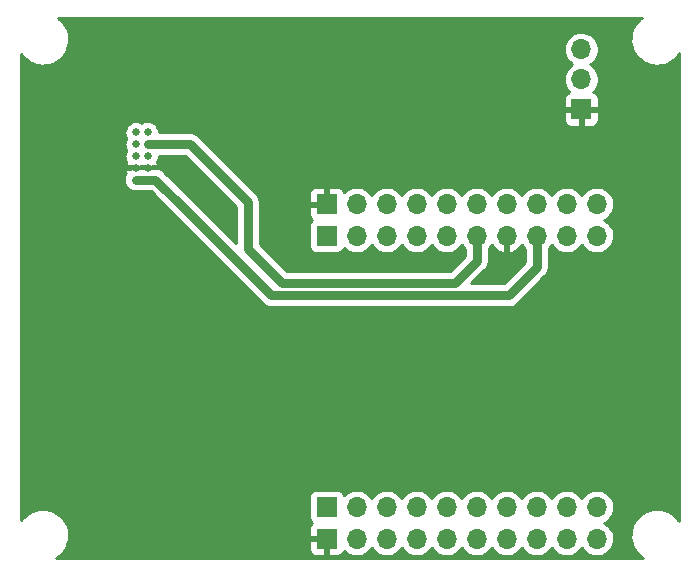
<source format=gbr>
G04 #@! TF.GenerationSoftware,KiCad,Pcbnew,5.99.0-unknown-r17856-55e56c6c*
G04 #@! TF.CreationDate,2020-05-30T10:45:51+03:00*
G04 #@! TF.ProjectId,airquality,61697271-7561-46c6-9974-792e6b696361,rev?*
G04 #@! TF.SameCoordinates,Original*
G04 #@! TF.FileFunction,Copper,L1,Top*
G04 #@! TF.FilePolarity,Positive*
%FSLAX46Y46*%
G04 Gerber Fmt 4.6, Leading zero omitted, Abs format (unit mm)*
G04 Created by KiCad (PCBNEW 5.99.0-unknown-r17856-55e56c6c) date 2020-05-30 10:45:51*
%MOMM*%
%LPD*%
G01*
G04 APERTURE LIST*
G04 #@! TA.AperFunction,ComponentPad*
%ADD10O,1.700000X1.700000*%
G04 #@! TD*
G04 #@! TA.AperFunction,ComponentPad*
%ADD11R,1.700000X1.700000*%
G04 #@! TD*
G04 #@! TA.AperFunction,ComponentPad*
%ADD12O,0.650000X0.650000*%
G04 #@! TD*
G04 #@! TA.AperFunction,ComponentPad*
%ADD13R,0.650000X0.650000*%
G04 #@! TD*
G04 #@! TA.AperFunction,Conductor*
%ADD14C,0.750000*%
G04 #@! TD*
G04 #@! TA.AperFunction,Conductor*
%ADD15C,0.254000*%
G04 #@! TD*
G04 APERTURE END LIST*
D10*
X174117000Y-94742000D03*
X171577000Y-94742000D03*
X169037000Y-92075000D03*
X174117000Y-92075000D03*
X171577000Y-92075000D03*
D11*
X166497000Y-92075000D03*
D10*
X179197000Y-92075000D03*
X184277000Y-92075000D03*
X186817000Y-92075000D03*
X181737000Y-92075000D03*
X176657000Y-92075000D03*
X169037000Y-94742000D03*
D11*
X166497000Y-94742000D03*
D10*
X179197000Y-94742000D03*
X184277000Y-94742000D03*
X186817000Y-94742000D03*
X181737000Y-94742000D03*
X176657000Y-94742000D03*
X189357000Y-94742000D03*
X189357000Y-92075000D03*
X169037000Y-69088000D03*
X174117000Y-69088000D03*
X171577000Y-69088000D03*
D11*
X166497000Y-69088000D03*
D10*
X179197000Y-69088000D03*
X184277000Y-69088000D03*
X186817000Y-69088000D03*
X181737000Y-69088000D03*
X176657000Y-69088000D03*
X189357000Y-69088000D03*
X169037000Y-66421000D03*
X171577000Y-66421000D03*
D11*
X166497000Y-66421000D03*
D10*
X174117000Y-66421000D03*
X179197000Y-66421000D03*
X176657000Y-66421000D03*
X181737000Y-66421000D03*
X184277000Y-66421000D03*
X186817000Y-66421000D03*
X189357000Y-66421000D03*
D12*
X150350980Y-60338200D03*
X151350980Y-60338200D03*
X150350980Y-61338200D03*
X151350980Y-61338200D03*
X150350980Y-62338200D03*
X151350980Y-62338200D03*
X150350980Y-63338200D03*
X151350980Y-63338200D03*
X150350980Y-64338200D03*
D13*
X151350980Y-64338200D03*
D10*
X188061600Y-53314600D03*
X188061600Y-55854600D03*
D11*
X188061600Y-58394600D03*
D14*
X181914800Y-74129900D02*
X161803080Y-74129900D01*
X161803080Y-74129900D02*
X154508200Y-66835020D01*
X151350980Y-64338200D02*
X150350980Y-64338200D01*
X154508200Y-66835020D02*
X152011380Y-64338200D01*
X152011380Y-64338200D02*
X151350980Y-64338200D01*
X151350980Y-61338200D02*
X154949900Y-61338200D01*
X159829500Y-66217800D02*
X159829500Y-67183000D01*
X154949900Y-61338200D02*
X159829500Y-66217800D01*
X159829500Y-67183000D02*
X159829500Y-68097400D01*
X184277000Y-71767700D02*
X184277000Y-69088000D01*
X181914800Y-74129900D02*
X184277000Y-71767700D01*
X177380900Y-73063100D02*
X179197000Y-71247000D01*
X179197000Y-71247000D02*
X179197000Y-69088000D01*
X159829500Y-68097400D02*
X159829500Y-70205600D01*
X162687000Y-73063100D02*
X177380900Y-73063100D01*
X159829500Y-70205600D02*
X162687000Y-73063100D01*
G36*
X193065876Y-50700992D02*
G01*
X193059181Y-50706357D01*
X192841294Y-50906713D01*
X192835388Y-50912937D01*
X192646709Y-51141011D01*
X192641702Y-51147979D01*
X192485723Y-51399549D01*
X192481708Y-51407131D01*
X192361312Y-51677543D01*
X192358364Y-51685601D01*
X192275782Y-51969850D01*
X192273954Y-51978233D01*
X192230713Y-52271059D01*
X192230040Y-52279613D01*
X192226941Y-52575598D01*
X192227435Y-52584164D01*
X192264533Y-52877832D01*
X192266185Y-52886252D01*
X192342797Y-53172168D01*
X192345576Y-53180285D01*
X192460281Y-53453159D01*
X192464136Y-53460824D01*
X192614813Y-53715606D01*
X192619673Y-53722677D01*
X192803534Y-53954652D01*
X192809309Y-53960998D01*
X193022951Y-54165873D01*
X193029533Y-54171377D01*
X193269005Y-54345363D01*
X193276273Y-54349922D01*
X193537140Y-54489798D01*
X193544960Y-54493329D01*
X193822398Y-54596507D01*
X193830624Y-54598944D01*
X194119498Y-54663514D01*
X194127979Y-54664812D01*
X194422943Y-54689581D01*
X194431522Y-54689716D01*
X194727118Y-54674225D01*
X194735636Y-54673194D01*
X195026396Y-54617728D01*
X195034695Y-54615551D01*
X195315236Y-54521138D01*
X195323162Y-54517855D01*
X195588295Y-54386242D01*
X195595703Y-54381914D01*
X195840521Y-54215536D01*
X195847273Y-54210242D01*
X196067246Y-54012178D01*
X196073216Y-54006016D01*
X196264273Y-53779930D01*
X196269353Y-53773015D01*
X196366001Y-53620723D01*
X196366000Y-93281638D01*
X196296643Y-93167116D01*
X196291709Y-93160096D01*
X196105429Y-92930060D01*
X196099588Y-92923775D01*
X195883812Y-92721147D01*
X195877172Y-92715713D01*
X195635893Y-92544244D01*
X195628577Y-92539761D01*
X195366259Y-92402625D01*
X195358403Y-92399176D01*
X195079900Y-92298909D01*
X195071648Y-92296558D01*
X194782115Y-92235016D01*
X194773620Y-92233807D01*
X194478413Y-92212128D01*
X194469833Y-92212083D01*
X194174415Y-92230669D01*
X194165908Y-92231789D01*
X193875746Y-92290297D01*
X193867470Y-92292561D01*
X193587933Y-92389905D01*
X193580041Y-92393272D01*
X193316301Y-92527654D01*
X193308939Y-92532060D01*
X193065876Y-92700992D01*
X193059181Y-92706357D01*
X192841294Y-92906713D01*
X192835388Y-92912937D01*
X192646709Y-93141011D01*
X192641702Y-93147979D01*
X192485723Y-93399549D01*
X192481708Y-93407131D01*
X192361312Y-93677543D01*
X192358364Y-93685601D01*
X192275782Y-93969850D01*
X192273954Y-93978233D01*
X192230713Y-94271059D01*
X192230040Y-94279613D01*
X192226941Y-94575598D01*
X192227435Y-94584164D01*
X192264533Y-94877832D01*
X192266185Y-94886252D01*
X192342797Y-95172168D01*
X192345576Y-95180285D01*
X192460281Y-95453159D01*
X192464136Y-95460824D01*
X192614813Y-95715606D01*
X192619673Y-95722677D01*
X192803534Y-95954652D01*
X192809309Y-95960998D01*
X193022951Y-96165873D01*
X193029533Y-96171377D01*
X193269005Y-96345363D01*
X193276273Y-96349922D01*
X193306258Y-96366000D01*
X143619120Y-96366000D01*
X143840521Y-96215536D01*
X143847273Y-96210242D01*
X144067246Y-96012178D01*
X144073216Y-96006016D01*
X144264273Y-95779930D01*
X144269353Y-95773015D01*
X144427959Y-95523093D01*
X144432053Y-95515553D01*
X144555273Y-95246417D01*
X144558305Y-95238391D01*
X144643859Y-94955022D01*
X144645775Y-94946659D01*
X144646226Y-94943808D01*
X165005163Y-94943808D01*
X165005163Y-95600258D01*
X165007319Y-95616634D01*
X165082137Y-95895859D01*
X165094880Y-95920339D01*
X165225990Y-96076590D01*
X165242879Y-96090761D01*
X165417120Y-96191359D01*
X165437837Y-96198900D01*
X165630538Y-96232878D01*
X165641499Y-96233837D01*
X166295191Y-96233837D01*
X166369000Y-96160028D01*
X166369001Y-94943809D01*
X166295192Y-94870000D01*
X165078972Y-94869999D01*
X165005163Y-94943808D01*
X144646226Y-94943808D01*
X144692131Y-94653974D01*
X144692905Y-94644766D01*
X144696473Y-94303988D01*
X144695893Y-94294766D01*
X144655676Y-94001176D01*
X144653936Y-93992774D01*
X144574336Y-93707675D01*
X144571472Y-93699588D01*
X144453915Y-93427930D01*
X144449980Y-93420306D01*
X144296643Y-93167116D01*
X144291709Y-93160096D01*
X144105429Y-92930060D01*
X144099588Y-92923775D01*
X143883812Y-92721147D01*
X143877172Y-92715713D01*
X143635893Y-92544244D01*
X143628577Y-92539761D01*
X143366259Y-92402625D01*
X143358403Y-92399176D01*
X143079900Y-92298909D01*
X143071648Y-92296558D01*
X142782115Y-92235016D01*
X142773620Y-92233807D01*
X142478413Y-92212128D01*
X142469833Y-92212083D01*
X142174415Y-92230669D01*
X142165908Y-92231789D01*
X141875746Y-92290297D01*
X141867470Y-92292561D01*
X141587933Y-92389905D01*
X141580041Y-92393272D01*
X141316301Y-92527654D01*
X141308939Y-92532060D01*
X141065876Y-92700992D01*
X141059181Y-92706357D01*
X140841294Y-92906713D01*
X140835388Y-92912937D01*
X140646709Y-93141011D01*
X140641702Y-93147979D01*
X140634000Y-93160401D01*
X140634000Y-91219499D01*
X165005163Y-91219499D01*
X165005163Y-92933258D01*
X165007319Y-92949634D01*
X165082137Y-93228859D01*
X165094880Y-93253339D01*
X165225990Y-93409590D01*
X165230787Y-93413615D01*
X165162410Y-93470990D01*
X165148239Y-93487879D01*
X165047641Y-93662120D01*
X165040100Y-93682837D01*
X165006122Y-93875538D01*
X165005163Y-93886499D01*
X165005163Y-94540191D01*
X165078972Y-94614000D01*
X166295192Y-94614001D01*
X166295193Y-94614000D01*
X166625000Y-94614001D01*
X166624999Y-96160028D01*
X166698808Y-96233837D01*
X167355258Y-96233837D01*
X167371634Y-96231681D01*
X167650859Y-96156863D01*
X167675339Y-96144120D01*
X167831590Y-96013010D01*
X167845761Y-95996121D01*
X167946359Y-95821880D01*
X167953900Y-95801163D01*
X167960525Y-95763593D01*
X168035798Y-95844032D01*
X168043722Y-95851180D01*
X168235792Y-95996968D01*
X168244808Y-96002679D01*
X168458696Y-96114021D01*
X168468545Y-96118131D01*
X168698134Y-96191844D01*
X168708535Y-96194236D01*
X168947262Y-96228212D01*
X168957917Y-96228817D01*
X169198956Y-96222084D01*
X169209561Y-96220885D01*
X169446019Y-96173636D01*
X169456270Y-96170667D01*
X169681387Y-96084253D01*
X169690991Y-96079600D01*
X169898330Y-95956491D01*
X169907012Y-95950286D01*
X170090645Y-95794004D01*
X170098158Y-95786424D01*
X170252833Y-95601435D01*
X170258962Y-95592698D01*
X170306486Y-95511043D01*
X170404430Y-95659584D01*
X170411038Y-95667965D01*
X170575798Y-95844032D01*
X170583722Y-95851180D01*
X170775792Y-95996968D01*
X170784808Y-96002679D01*
X170998696Y-96114021D01*
X171008545Y-96118131D01*
X171238134Y-96191844D01*
X171248535Y-96194236D01*
X171487262Y-96228212D01*
X171497917Y-96228817D01*
X171738956Y-96222084D01*
X171749561Y-96220885D01*
X171986019Y-96173636D01*
X171996270Y-96170667D01*
X172221387Y-96084253D01*
X172230991Y-96079600D01*
X172438330Y-95956491D01*
X172447012Y-95950286D01*
X172630645Y-95794004D01*
X172638158Y-95786424D01*
X172792833Y-95601435D01*
X172798962Y-95592698D01*
X172846486Y-95511043D01*
X172944430Y-95659584D01*
X172951038Y-95667965D01*
X173115798Y-95844032D01*
X173123722Y-95851180D01*
X173315792Y-95996968D01*
X173324808Y-96002679D01*
X173538696Y-96114021D01*
X173548545Y-96118131D01*
X173778134Y-96191844D01*
X173788535Y-96194236D01*
X174027262Y-96228212D01*
X174037917Y-96228817D01*
X174278956Y-96222084D01*
X174289561Y-96220885D01*
X174526019Y-96173636D01*
X174536270Y-96170667D01*
X174761387Y-96084253D01*
X174770991Y-96079600D01*
X174978330Y-95956491D01*
X174987012Y-95950286D01*
X175170645Y-95794004D01*
X175178158Y-95786424D01*
X175332833Y-95601435D01*
X175338962Y-95592698D01*
X175386486Y-95511043D01*
X175484430Y-95659584D01*
X175491038Y-95667965D01*
X175655798Y-95844032D01*
X175663722Y-95851180D01*
X175855792Y-95996968D01*
X175864808Y-96002679D01*
X176078696Y-96114021D01*
X176088545Y-96118131D01*
X176318134Y-96191844D01*
X176328535Y-96194236D01*
X176567262Y-96228212D01*
X176577917Y-96228817D01*
X176818956Y-96222084D01*
X176829561Y-96220885D01*
X177066019Y-96173636D01*
X177076270Y-96170667D01*
X177301387Y-96084253D01*
X177310991Y-96079600D01*
X177518330Y-95956491D01*
X177527012Y-95950286D01*
X177710645Y-95794004D01*
X177718158Y-95786424D01*
X177872833Y-95601435D01*
X177878962Y-95592698D01*
X177926486Y-95511043D01*
X178024430Y-95659584D01*
X178031038Y-95667965D01*
X178195798Y-95844032D01*
X178203722Y-95851180D01*
X178395792Y-95996968D01*
X178404808Y-96002679D01*
X178618696Y-96114021D01*
X178628545Y-96118131D01*
X178858134Y-96191844D01*
X178868535Y-96194236D01*
X179107262Y-96228212D01*
X179117917Y-96228817D01*
X179358956Y-96222084D01*
X179369561Y-96220885D01*
X179606019Y-96173636D01*
X179616270Y-96170667D01*
X179841387Y-96084253D01*
X179850991Y-96079600D01*
X180058330Y-95956491D01*
X180067012Y-95950286D01*
X180250645Y-95794004D01*
X180258158Y-95786424D01*
X180412833Y-95601435D01*
X180418962Y-95592698D01*
X180466486Y-95511043D01*
X180564430Y-95659584D01*
X180571038Y-95667965D01*
X180735798Y-95844032D01*
X180743722Y-95851180D01*
X180935792Y-95996968D01*
X180944808Y-96002679D01*
X181158696Y-96114021D01*
X181168545Y-96118131D01*
X181398134Y-96191844D01*
X181408535Y-96194236D01*
X181647262Y-96228212D01*
X181657917Y-96228817D01*
X181898956Y-96222084D01*
X181909561Y-96220885D01*
X182146019Y-96173636D01*
X182156270Y-96170667D01*
X182381387Y-96084253D01*
X182390991Y-96079600D01*
X182598330Y-95956491D01*
X182607012Y-95950286D01*
X182790645Y-95794004D01*
X182798158Y-95786424D01*
X182952833Y-95601435D01*
X182958962Y-95592698D01*
X183006486Y-95511043D01*
X183104430Y-95659584D01*
X183111038Y-95667965D01*
X183275798Y-95844032D01*
X183283722Y-95851180D01*
X183475792Y-95996968D01*
X183484808Y-96002679D01*
X183698696Y-96114021D01*
X183708545Y-96118131D01*
X183938134Y-96191844D01*
X183948535Y-96194236D01*
X184187262Y-96228212D01*
X184197917Y-96228817D01*
X184438956Y-96222084D01*
X184449561Y-96220885D01*
X184686019Y-96173636D01*
X184696270Y-96170667D01*
X184921387Y-96084253D01*
X184930991Y-96079600D01*
X185138330Y-95956491D01*
X185147012Y-95950286D01*
X185330645Y-95794004D01*
X185338158Y-95786424D01*
X185492833Y-95601435D01*
X185498962Y-95592698D01*
X185546486Y-95511043D01*
X185644430Y-95659584D01*
X185651038Y-95667965D01*
X185815798Y-95844032D01*
X185823722Y-95851180D01*
X186015792Y-95996968D01*
X186024808Y-96002679D01*
X186238696Y-96114021D01*
X186248545Y-96118131D01*
X186478134Y-96191844D01*
X186488535Y-96194236D01*
X186727262Y-96228212D01*
X186737917Y-96228817D01*
X186978956Y-96222084D01*
X186989561Y-96220885D01*
X187226019Y-96173636D01*
X187236270Y-96170667D01*
X187461387Y-96084253D01*
X187470991Y-96079600D01*
X187678330Y-95956491D01*
X187687012Y-95950286D01*
X187870645Y-95794004D01*
X187878158Y-95786424D01*
X188032833Y-95601435D01*
X188038962Y-95592698D01*
X188086486Y-95511043D01*
X188184430Y-95659584D01*
X188191038Y-95667965D01*
X188355798Y-95844032D01*
X188363722Y-95851180D01*
X188555792Y-95996968D01*
X188564808Y-96002679D01*
X188778696Y-96114021D01*
X188788545Y-96118131D01*
X189018134Y-96191844D01*
X189028535Y-96194236D01*
X189267262Y-96228212D01*
X189277917Y-96228817D01*
X189518956Y-96222084D01*
X189529561Y-96220885D01*
X189766019Y-96173636D01*
X189776270Y-96170667D01*
X190001387Y-96084253D01*
X190010991Y-96079600D01*
X190218330Y-95956491D01*
X190227012Y-95950286D01*
X190410645Y-95794004D01*
X190418158Y-95786424D01*
X190572833Y-95601435D01*
X190578962Y-95592698D01*
X190700256Y-95384294D01*
X190704825Y-95374650D01*
X190789272Y-95148787D01*
X190792151Y-95138511D01*
X190837392Y-94901351D01*
X190838507Y-94890128D01*
X190841077Y-94622341D01*
X190840178Y-94611099D01*
X190799499Y-94373114D01*
X190796817Y-94362784D01*
X190716723Y-94135343D01*
X190712339Y-94125612D01*
X190595067Y-93914916D01*
X190589107Y-93906064D01*
X190438013Y-93718140D01*
X190430647Y-93710417D01*
X190250049Y-93550638D01*
X190241486Y-93544267D01*
X190036549Y-93417202D01*
X190027036Y-93412365D01*
X190017742Y-93408591D01*
X190218330Y-93289491D01*
X190227012Y-93283286D01*
X190410645Y-93127004D01*
X190418158Y-93119424D01*
X190572833Y-92934435D01*
X190578962Y-92925698D01*
X190700256Y-92717294D01*
X190704825Y-92707650D01*
X190789272Y-92481787D01*
X190792151Y-92471511D01*
X190837392Y-92234351D01*
X190838507Y-92223128D01*
X190841077Y-91955341D01*
X190840178Y-91944099D01*
X190799499Y-91706114D01*
X190796817Y-91695784D01*
X190716723Y-91468343D01*
X190712339Y-91458612D01*
X190595067Y-91247916D01*
X190589107Y-91239064D01*
X190438013Y-91051140D01*
X190430647Y-91043417D01*
X190250049Y-90883638D01*
X190241486Y-90877267D01*
X190036549Y-90750202D01*
X190027036Y-90745365D01*
X189803619Y-90654645D01*
X189793427Y-90651480D01*
X189557919Y-90599700D01*
X189547340Y-90598298D01*
X189306475Y-90586939D01*
X189295809Y-90587339D01*
X189056474Y-90616727D01*
X189046030Y-90618918D01*
X188815068Y-90688210D01*
X188805142Y-90692130D01*
X188589155Y-90799346D01*
X188580032Y-90804882D01*
X188385199Y-90946957D01*
X188377138Y-90953952D01*
X188209029Y-91126822D01*
X188202263Y-91135074D01*
X188086229Y-91303903D01*
X188055067Y-91247916D01*
X188049107Y-91239064D01*
X187898013Y-91051140D01*
X187890647Y-91043417D01*
X187710049Y-90883638D01*
X187701486Y-90877267D01*
X187496549Y-90750202D01*
X187487036Y-90745365D01*
X187263619Y-90654645D01*
X187253427Y-90651480D01*
X187017919Y-90599700D01*
X187007340Y-90598298D01*
X186766475Y-90586939D01*
X186755809Y-90587339D01*
X186516474Y-90616727D01*
X186506030Y-90618918D01*
X186275068Y-90688210D01*
X186265142Y-90692130D01*
X186049155Y-90799346D01*
X186040032Y-90804882D01*
X185845199Y-90946957D01*
X185837138Y-90953952D01*
X185669029Y-91126822D01*
X185662263Y-91135074D01*
X185546229Y-91303903D01*
X185515067Y-91247916D01*
X185509107Y-91239064D01*
X185358013Y-91051140D01*
X185350647Y-91043417D01*
X185170049Y-90883638D01*
X185161486Y-90877267D01*
X184956549Y-90750202D01*
X184947036Y-90745365D01*
X184723619Y-90654645D01*
X184713427Y-90651480D01*
X184477919Y-90599700D01*
X184467340Y-90598298D01*
X184226475Y-90586939D01*
X184215809Y-90587339D01*
X183976474Y-90616727D01*
X183966030Y-90618918D01*
X183735068Y-90688210D01*
X183725142Y-90692130D01*
X183509155Y-90799346D01*
X183500032Y-90804882D01*
X183305199Y-90946957D01*
X183297138Y-90953952D01*
X183129029Y-91126822D01*
X183122263Y-91135074D01*
X183006229Y-91303903D01*
X182975067Y-91247916D01*
X182969107Y-91239064D01*
X182818013Y-91051140D01*
X182810647Y-91043417D01*
X182630049Y-90883638D01*
X182621486Y-90877267D01*
X182416549Y-90750202D01*
X182407036Y-90745365D01*
X182183619Y-90654645D01*
X182173427Y-90651480D01*
X181937919Y-90599700D01*
X181927340Y-90598298D01*
X181686475Y-90586939D01*
X181675809Y-90587339D01*
X181436474Y-90616727D01*
X181426030Y-90618918D01*
X181195068Y-90688210D01*
X181185142Y-90692130D01*
X180969155Y-90799346D01*
X180960032Y-90804882D01*
X180765199Y-90946957D01*
X180757138Y-90953952D01*
X180589029Y-91126822D01*
X180582263Y-91135074D01*
X180466229Y-91303903D01*
X180435067Y-91247916D01*
X180429107Y-91239064D01*
X180278013Y-91051140D01*
X180270647Y-91043417D01*
X180090049Y-90883638D01*
X180081486Y-90877267D01*
X179876549Y-90750202D01*
X179867036Y-90745365D01*
X179643619Y-90654645D01*
X179633427Y-90651480D01*
X179397919Y-90599700D01*
X179387340Y-90598298D01*
X179146475Y-90586939D01*
X179135809Y-90587339D01*
X178896474Y-90616727D01*
X178886030Y-90618918D01*
X178655068Y-90688210D01*
X178645142Y-90692130D01*
X178429155Y-90799346D01*
X178420032Y-90804882D01*
X178225199Y-90946957D01*
X178217138Y-90953952D01*
X178049029Y-91126822D01*
X178042263Y-91135074D01*
X177926229Y-91303903D01*
X177895067Y-91247916D01*
X177889107Y-91239064D01*
X177738013Y-91051140D01*
X177730647Y-91043417D01*
X177550049Y-90883638D01*
X177541486Y-90877267D01*
X177336549Y-90750202D01*
X177327036Y-90745365D01*
X177103619Y-90654645D01*
X177093427Y-90651480D01*
X176857919Y-90599700D01*
X176847340Y-90598298D01*
X176606475Y-90586939D01*
X176595809Y-90587339D01*
X176356474Y-90616727D01*
X176346030Y-90618918D01*
X176115068Y-90688210D01*
X176105142Y-90692130D01*
X175889155Y-90799346D01*
X175880032Y-90804882D01*
X175685199Y-90946957D01*
X175677138Y-90953952D01*
X175509029Y-91126822D01*
X175502263Y-91135074D01*
X175386229Y-91303903D01*
X175355067Y-91247916D01*
X175349107Y-91239064D01*
X175198013Y-91051140D01*
X175190647Y-91043417D01*
X175010049Y-90883638D01*
X175001486Y-90877267D01*
X174796549Y-90750202D01*
X174787036Y-90745365D01*
X174563619Y-90654645D01*
X174553427Y-90651480D01*
X174317919Y-90599700D01*
X174307340Y-90598298D01*
X174066475Y-90586939D01*
X174055809Y-90587339D01*
X173816474Y-90616727D01*
X173806030Y-90618918D01*
X173575068Y-90688210D01*
X173565142Y-90692130D01*
X173349155Y-90799346D01*
X173340032Y-90804882D01*
X173145199Y-90946957D01*
X173137138Y-90953952D01*
X172969029Y-91126822D01*
X172962263Y-91135074D01*
X172846229Y-91303903D01*
X172815067Y-91247916D01*
X172809107Y-91239064D01*
X172658013Y-91051140D01*
X172650647Y-91043417D01*
X172470049Y-90883638D01*
X172461486Y-90877267D01*
X172256549Y-90750202D01*
X172247036Y-90745365D01*
X172023619Y-90654645D01*
X172013427Y-90651480D01*
X171777919Y-90599700D01*
X171767340Y-90598298D01*
X171526475Y-90586939D01*
X171515809Y-90587339D01*
X171276474Y-90616727D01*
X171266030Y-90618918D01*
X171035068Y-90688210D01*
X171025142Y-90692130D01*
X170809155Y-90799346D01*
X170800032Y-90804882D01*
X170605199Y-90946957D01*
X170597138Y-90953952D01*
X170429029Y-91126822D01*
X170422263Y-91135074D01*
X170306229Y-91303903D01*
X170275067Y-91247916D01*
X170269107Y-91239064D01*
X170118013Y-91051140D01*
X170110647Y-91043417D01*
X169930049Y-90883638D01*
X169921486Y-90877267D01*
X169716549Y-90750202D01*
X169707036Y-90745365D01*
X169483619Y-90654645D01*
X169473427Y-90651480D01*
X169237919Y-90599700D01*
X169227340Y-90598298D01*
X168986475Y-90586939D01*
X168975809Y-90587339D01*
X168736474Y-90616727D01*
X168726030Y-90618918D01*
X168495068Y-90688210D01*
X168485142Y-90692130D01*
X168269155Y-90799346D01*
X168260032Y-90804882D01*
X168065199Y-90946957D01*
X168057138Y-90953952D01*
X167950137Y-91063983D01*
X167911863Y-90921142D01*
X167899120Y-90896662D01*
X167768010Y-90740410D01*
X167751121Y-90726239D01*
X167576880Y-90625641D01*
X167556163Y-90618100D01*
X167363462Y-90584122D01*
X167352501Y-90583163D01*
X165638742Y-90583163D01*
X165622366Y-90585319D01*
X165343142Y-90660137D01*
X165318662Y-90672880D01*
X165162410Y-90803990D01*
X165148239Y-90820879D01*
X165047641Y-90995120D01*
X165040100Y-91015837D01*
X165006122Y-91208538D01*
X165005163Y-91219499D01*
X140634000Y-91219499D01*
X140634000Y-64329941D01*
X149332344Y-64329941D01*
X149332344Y-64346459D01*
X149364916Y-64593865D01*
X149369191Y-64609819D01*
X149464687Y-64840366D01*
X149472945Y-64854670D01*
X149624856Y-65052645D01*
X149636535Y-65064324D01*
X149834510Y-65216235D01*
X149848814Y-65224493D01*
X150079361Y-65319989D01*
X150095315Y-65324264D01*
X150280622Y-65348660D01*
X150288854Y-65349200D01*
X151592612Y-65349200D01*
X153837489Y-67594079D01*
X153837504Y-67594092D01*
X161041338Y-74797927D01*
X161076956Y-74844345D01*
X161088635Y-74856024D01*
X161141599Y-74896665D01*
X161286609Y-75007935D01*
X161300914Y-75016194D01*
X161397718Y-75056291D01*
X161531461Y-75111689D01*
X161547415Y-75115964D01*
X161732722Y-75140360D01*
X161732731Y-75140361D01*
X161794820Y-75148535D01*
X161811338Y-75148535D01*
X161869330Y-75140900D01*
X181848542Y-75140900D01*
X181906541Y-75148536D01*
X181923059Y-75148536D01*
X181989246Y-75139822D01*
X182170465Y-75115964D01*
X182186419Y-75111689D01*
X182416966Y-75016193D01*
X182431270Y-75007935D01*
X182629245Y-74856024D01*
X182640924Y-74844345D01*
X182676545Y-74797923D01*
X184945027Y-72529442D01*
X184991445Y-72493824D01*
X185003124Y-72482145D01*
X185155035Y-72284170D01*
X185163293Y-72269866D01*
X185258789Y-72039319D01*
X185263064Y-72023365D01*
X185287460Y-71838058D01*
X185287461Y-71838049D01*
X185295635Y-71775960D01*
X185295635Y-71759442D01*
X185288000Y-71701450D01*
X185288000Y-70176297D01*
X185330645Y-70140003D01*
X185338158Y-70132424D01*
X185492833Y-69947435D01*
X185498962Y-69938698D01*
X185546486Y-69857043D01*
X185644430Y-70005584D01*
X185651038Y-70013965D01*
X185815798Y-70190032D01*
X185823722Y-70197180D01*
X186015792Y-70342968D01*
X186024808Y-70348679D01*
X186238696Y-70460021D01*
X186248545Y-70464131D01*
X186478134Y-70537844D01*
X186488535Y-70540236D01*
X186727262Y-70574212D01*
X186737917Y-70574817D01*
X186978956Y-70568084D01*
X186989561Y-70566885D01*
X187226019Y-70519636D01*
X187236270Y-70516667D01*
X187461387Y-70430253D01*
X187470991Y-70425600D01*
X187678330Y-70302491D01*
X187687012Y-70296286D01*
X187870645Y-70140004D01*
X187878158Y-70132424D01*
X188032833Y-69947435D01*
X188038962Y-69938698D01*
X188086486Y-69857043D01*
X188184430Y-70005584D01*
X188191038Y-70013965D01*
X188355798Y-70190032D01*
X188363722Y-70197180D01*
X188555792Y-70342968D01*
X188564808Y-70348679D01*
X188778696Y-70460021D01*
X188788545Y-70464131D01*
X189018134Y-70537844D01*
X189028535Y-70540236D01*
X189267262Y-70574212D01*
X189277917Y-70574817D01*
X189518956Y-70568084D01*
X189529561Y-70566885D01*
X189766019Y-70519636D01*
X189776270Y-70516667D01*
X190001387Y-70430253D01*
X190010991Y-70425600D01*
X190218330Y-70302491D01*
X190227012Y-70296286D01*
X190410645Y-70140004D01*
X190418158Y-70132424D01*
X190572833Y-69947435D01*
X190578962Y-69938698D01*
X190700256Y-69730294D01*
X190704825Y-69720650D01*
X190789272Y-69494787D01*
X190792151Y-69484511D01*
X190837392Y-69247351D01*
X190838507Y-69236128D01*
X190841077Y-68968341D01*
X190840178Y-68957099D01*
X190799499Y-68719114D01*
X190796817Y-68708784D01*
X190716723Y-68481343D01*
X190712339Y-68471612D01*
X190595067Y-68260916D01*
X190589107Y-68252064D01*
X190438013Y-68064140D01*
X190430647Y-68056417D01*
X190250049Y-67896638D01*
X190241486Y-67890267D01*
X190036549Y-67763202D01*
X190027036Y-67758365D01*
X190017742Y-67754591D01*
X190218330Y-67635491D01*
X190227012Y-67629286D01*
X190410645Y-67473004D01*
X190418158Y-67465424D01*
X190572833Y-67280435D01*
X190578962Y-67271698D01*
X190700256Y-67063294D01*
X190704825Y-67053650D01*
X190789272Y-66827787D01*
X190792151Y-66817511D01*
X190837392Y-66580351D01*
X190838507Y-66569128D01*
X190841077Y-66301341D01*
X190840178Y-66290099D01*
X190799499Y-66052114D01*
X190796817Y-66041784D01*
X190716723Y-65814343D01*
X190712339Y-65804612D01*
X190595067Y-65593916D01*
X190589107Y-65585064D01*
X190438013Y-65397140D01*
X190430647Y-65389417D01*
X190250049Y-65229638D01*
X190241486Y-65223267D01*
X190036549Y-65096202D01*
X190027036Y-65091365D01*
X189803619Y-65000645D01*
X189793427Y-64997480D01*
X189557919Y-64945700D01*
X189547340Y-64944298D01*
X189306475Y-64932939D01*
X189295809Y-64933339D01*
X189056474Y-64962727D01*
X189046030Y-64964918D01*
X188815068Y-65034210D01*
X188805142Y-65038130D01*
X188589155Y-65145346D01*
X188580032Y-65150882D01*
X188385199Y-65292957D01*
X188377138Y-65299952D01*
X188209029Y-65472822D01*
X188202263Y-65481074D01*
X188086229Y-65649903D01*
X188055067Y-65593916D01*
X188049107Y-65585064D01*
X187898013Y-65397140D01*
X187890647Y-65389417D01*
X187710049Y-65229638D01*
X187701486Y-65223267D01*
X187496549Y-65096202D01*
X187487036Y-65091365D01*
X187263619Y-65000645D01*
X187253427Y-64997480D01*
X187017919Y-64945700D01*
X187007340Y-64944298D01*
X186766475Y-64932939D01*
X186755809Y-64933339D01*
X186516474Y-64962727D01*
X186506030Y-64964918D01*
X186275068Y-65034210D01*
X186265142Y-65038130D01*
X186049155Y-65145346D01*
X186040032Y-65150882D01*
X185845199Y-65292957D01*
X185837138Y-65299952D01*
X185669029Y-65472822D01*
X185662263Y-65481074D01*
X185546229Y-65649903D01*
X185515067Y-65593916D01*
X185509107Y-65585064D01*
X185358013Y-65397140D01*
X185350647Y-65389417D01*
X185170049Y-65229638D01*
X185161486Y-65223267D01*
X184956549Y-65096202D01*
X184947036Y-65091365D01*
X184723619Y-65000645D01*
X184713427Y-64997480D01*
X184477919Y-64945700D01*
X184467340Y-64944298D01*
X184226475Y-64932939D01*
X184215809Y-64933339D01*
X183976474Y-64962727D01*
X183966030Y-64964918D01*
X183735068Y-65034210D01*
X183725142Y-65038130D01*
X183509155Y-65145346D01*
X183500032Y-65150882D01*
X183305199Y-65292957D01*
X183297138Y-65299952D01*
X183129029Y-65472822D01*
X183122263Y-65481074D01*
X183006229Y-65649903D01*
X182975067Y-65593916D01*
X182969107Y-65585064D01*
X182818013Y-65397140D01*
X182810647Y-65389417D01*
X182630049Y-65229638D01*
X182621486Y-65223267D01*
X182416549Y-65096202D01*
X182407036Y-65091365D01*
X182183619Y-65000645D01*
X182173427Y-64997480D01*
X181937919Y-64945700D01*
X181927340Y-64944298D01*
X181686475Y-64932939D01*
X181675809Y-64933339D01*
X181436474Y-64962727D01*
X181426030Y-64964918D01*
X181195068Y-65034210D01*
X181185142Y-65038130D01*
X180969155Y-65145346D01*
X180960032Y-65150882D01*
X180765199Y-65292957D01*
X180757138Y-65299952D01*
X180589029Y-65472822D01*
X180582263Y-65481074D01*
X180466229Y-65649903D01*
X180435067Y-65593916D01*
X180429107Y-65585064D01*
X180278013Y-65397140D01*
X180270647Y-65389417D01*
X180090049Y-65229638D01*
X180081486Y-65223267D01*
X179876549Y-65096202D01*
X179867036Y-65091365D01*
X179643619Y-65000645D01*
X179633427Y-64997480D01*
X179397919Y-64945700D01*
X179387340Y-64944298D01*
X179146475Y-64932939D01*
X179135809Y-64933339D01*
X178896474Y-64962727D01*
X178886030Y-64964918D01*
X178655068Y-65034210D01*
X178645142Y-65038130D01*
X178429155Y-65145346D01*
X178420032Y-65150882D01*
X178225199Y-65292957D01*
X178217138Y-65299952D01*
X178049029Y-65472822D01*
X178042263Y-65481074D01*
X177926229Y-65649903D01*
X177895067Y-65593916D01*
X177889107Y-65585064D01*
X177738013Y-65397140D01*
X177730647Y-65389417D01*
X177550049Y-65229638D01*
X177541486Y-65223267D01*
X177336549Y-65096202D01*
X177327036Y-65091365D01*
X177103619Y-65000645D01*
X177093427Y-64997480D01*
X176857919Y-64945700D01*
X176847340Y-64944298D01*
X176606475Y-64932939D01*
X176595809Y-64933339D01*
X176356474Y-64962727D01*
X176346030Y-64964918D01*
X176115068Y-65034210D01*
X176105142Y-65038130D01*
X175889155Y-65145346D01*
X175880032Y-65150882D01*
X175685199Y-65292957D01*
X175677138Y-65299952D01*
X175509029Y-65472822D01*
X175502263Y-65481074D01*
X175386229Y-65649903D01*
X175355067Y-65593916D01*
X175349107Y-65585064D01*
X175198013Y-65397140D01*
X175190647Y-65389417D01*
X175010049Y-65229638D01*
X175001486Y-65223267D01*
X174796549Y-65096202D01*
X174787036Y-65091365D01*
X174563619Y-65000645D01*
X174553427Y-64997480D01*
X174317919Y-64945700D01*
X174307340Y-64944298D01*
X174066475Y-64932939D01*
X174055809Y-64933339D01*
X173816474Y-64962727D01*
X173806030Y-64964918D01*
X173575068Y-65034210D01*
X173565142Y-65038130D01*
X173349155Y-65145346D01*
X173340032Y-65150882D01*
X173145199Y-65292957D01*
X173137138Y-65299952D01*
X172969029Y-65472822D01*
X172962263Y-65481074D01*
X172846229Y-65649903D01*
X172815067Y-65593916D01*
X172809107Y-65585064D01*
X172658013Y-65397140D01*
X172650647Y-65389417D01*
X172470049Y-65229638D01*
X172461486Y-65223267D01*
X172256549Y-65096202D01*
X172247036Y-65091365D01*
X172023619Y-65000645D01*
X172013427Y-64997480D01*
X171777919Y-64945700D01*
X171767340Y-64944298D01*
X171526475Y-64932939D01*
X171515809Y-64933339D01*
X171276474Y-64962727D01*
X171266030Y-64964918D01*
X171035068Y-65034210D01*
X171025142Y-65038130D01*
X170809155Y-65145346D01*
X170800032Y-65150882D01*
X170605199Y-65292957D01*
X170597138Y-65299952D01*
X170429029Y-65472822D01*
X170422263Y-65481074D01*
X170306229Y-65649903D01*
X170275067Y-65593916D01*
X170269107Y-65585064D01*
X170118013Y-65397140D01*
X170110647Y-65389417D01*
X169930049Y-65229638D01*
X169921486Y-65223267D01*
X169716549Y-65096202D01*
X169707036Y-65091365D01*
X169483619Y-65000645D01*
X169473427Y-64997480D01*
X169237919Y-64945700D01*
X169227340Y-64944298D01*
X168986475Y-64932939D01*
X168975809Y-64933339D01*
X168736474Y-64962727D01*
X168726030Y-64964918D01*
X168495068Y-65034210D01*
X168485142Y-65038130D01*
X168269155Y-65145346D01*
X168260032Y-65150882D01*
X168065199Y-65292957D01*
X168057138Y-65299952D01*
X167950137Y-65409983D01*
X167911863Y-65267142D01*
X167899120Y-65242662D01*
X167768010Y-65086410D01*
X167751121Y-65072239D01*
X167576880Y-64971641D01*
X167556163Y-64964100D01*
X167363462Y-64930122D01*
X167352501Y-64929163D01*
X166698809Y-64929163D01*
X166625000Y-65002972D01*
X166624999Y-66219192D01*
X166625000Y-66219193D01*
X166624999Y-66549000D01*
X165078972Y-66548999D01*
X165005163Y-66622808D01*
X165005163Y-67279258D01*
X165007319Y-67295634D01*
X165082137Y-67574859D01*
X165094880Y-67599339D01*
X165225990Y-67755590D01*
X165230787Y-67759615D01*
X165162410Y-67816990D01*
X165148239Y-67833879D01*
X165047641Y-68008120D01*
X165040100Y-68028837D01*
X165006122Y-68221538D01*
X165005163Y-68232499D01*
X165005163Y-69946258D01*
X165007319Y-69962634D01*
X165082137Y-70241859D01*
X165094880Y-70266339D01*
X165225990Y-70422590D01*
X165242879Y-70436761D01*
X165417120Y-70537359D01*
X165437837Y-70544900D01*
X165630538Y-70578878D01*
X165641499Y-70579837D01*
X167355258Y-70579837D01*
X167371634Y-70577681D01*
X167650859Y-70502863D01*
X167675339Y-70490120D01*
X167831590Y-70359010D01*
X167845761Y-70342121D01*
X167946359Y-70167880D01*
X167953900Y-70147163D01*
X167960525Y-70109593D01*
X168035798Y-70190032D01*
X168043722Y-70197180D01*
X168235792Y-70342968D01*
X168244808Y-70348679D01*
X168458696Y-70460021D01*
X168468545Y-70464131D01*
X168698134Y-70537844D01*
X168708535Y-70540236D01*
X168947262Y-70574212D01*
X168957917Y-70574817D01*
X169198956Y-70568084D01*
X169209561Y-70566885D01*
X169446019Y-70519636D01*
X169456270Y-70516667D01*
X169681387Y-70430253D01*
X169690991Y-70425600D01*
X169898330Y-70302491D01*
X169907012Y-70296286D01*
X170090645Y-70140004D01*
X170098158Y-70132424D01*
X170252833Y-69947435D01*
X170258962Y-69938698D01*
X170306486Y-69857043D01*
X170404430Y-70005584D01*
X170411038Y-70013965D01*
X170575798Y-70190032D01*
X170583722Y-70197180D01*
X170775792Y-70342968D01*
X170784808Y-70348679D01*
X170998696Y-70460021D01*
X171008545Y-70464131D01*
X171238134Y-70537844D01*
X171248535Y-70540236D01*
X171487262Y-70574212D01*
X171497917Y-70574817D01*
X171738956Y-70568084D01*
X171749561Y-70566885D01*
X171986019Y-70519636D01*
X171996270Y-70516667D01*
X172221387Y-70430253D01*
X172230991Y-70425600D01*
X172438330Y-70302491D01*
X172447012Y-70296286D01*
X172630645Y-70140004D01*
X172638158Y-70132424D01*
X172792833Y-69947435D01*
X172798962Y-69938698D01*
X172846486Y-69857043D01*
X172944430Y-70005584D01*
X172951038Y-70013965D01*
X173115798Y-70190032D01*
X173123722Y-70197180D01*
X173315792Y-70342968D01*
X173324808Y-70348679D01*
X173538696Y-70460021D01*
X173548545Y-70464131D01*
X173778134Y-70537844D01*
X173788535Y-70540236D01*
X174027262Y-70574212D01*
X174037917Y-70574817D01*
X174278956Y-70568084D01*
X174289561Y-70566885D01*
X174526019Y-70519636D01*
X174536270Y-70516667D01*
X174761387Y-70430253D01*
X174770991Y-70425600D01*
X174978330Y-70302491D01*
X174987012Y-70296286D01*
X175170645Y-70140004D01*
X175178158Y-70132424D01*
X175332833Y-69947435D01*
X175338962Y-69938698D01*
X175386486Y-69857043D01*
X175484430Y-70005584D01*
X175491038Y-70013965D01*
X175655798Y-70190032D01*
X175663722Y-70197180D01*
X175855792Y-70342968D01*
X175864808Y-70348679D01*
X176078696Y-70460021D01*
X176088545Y-70464131D01*
X176318134Y-70537844D01*
X176328535Y-70540236D01*
X176567262Y-70574212D01*
X176577917Y-70574817D01*
X176818956Y-70568084D01*
X176829561Y-70566885D01*
X177066019Y-70519636D01*
X177076270Y-70516667D01*
X177301387Y-70430253D01*
X177310991Y-70425600D01*
X177518330Y-70302491D01*
X177527012Y-70296286D01*
X177710645Y-70140004D01*
X177718158Y-70132424D01*
X177872833Y-69947435D01*
X177878962Y-69938698D01*
X177926486Y-69857043D01*
X178024430Y-70005584D01*
X178031038Y-70013965D01*
X178186001Y-70179563D01*
X178186000Y-70828231D01*
X176962132Y-72052100D01*
X163105769Y-72052100D01*
X160840500Y-69786832D01*
X160840500Y-66284050D01*
X160848135Y-66226058D01*
X160848135Y-66209540D01*
X160839961Y-66147451D01*
X160839960Y-66147442D01*
X160815564Y-65962135D01*
X160811289Y-65946181D01*
X160715793Y-65715634D01*
X160707535Y-65701330D01*
X160603309Y-65565499D01*
X165005163Y-65565499D01*
X165005163Y-66219191D01*
X165078972Y-66293000D01*
X166295191Y-66293001D01*
X166369000Y-66219192D01*
X166369001Y-65002972D01*
X166295192Y-64929163D01*
X165638742Y-64929163D01*
X165622366Y-64931319D01*
X165343142Y-65006137D01*
X165318662Y-65018880D01*
X165162410Y-65149990D01*
X165148239Y-65166879D01*
X165047641Y-65341120D01*
X165040100Y-65361837D01*
X165006122Y-65554538D01*
X165005163Y-65565499D01*
X160603309Y-65565499D01*
X160555624Y-65503355D01*
X160543944Y-65491676D01*
X160497531Y-65456062D01*
X155711645Y-60670177D01*
X155676024Y-60623755D01*
X155664345Y-60612076D01*
X155466370Y-60460165D01*
X155452066Y-60451907D01*
X155221519Y-60356411D01*
X155205565Y-60352136D01*
X155024346Y-60328278D01*
X154958159Y-60319564D01*
X154941641Y-60319564D01*
X154883642Y-60327200D01*
X152309713Y-60327200D01*
X152310013Y-60241212D01*
X152308540Y-60227422D01*
X152266721Y-60037219D01*
X152262368Y-60024283D01*
X152180728Y-59847598D01*
X152173698Y-59835900D01*
X152056022Y-59680867D01*
X152046645Y-59670951D01*
X151898422Y-59544803D01*
X151887134Y-59537132D01*
X151715281Y-59445757D01*
X151702610Y-59440689D01*
X151515145Y-59388347D01*
X151501680Y-59386117D01*
X151307347Y-59375253D01*
X151293718Y-59375967D01*
X151101587Y-59407086D01*
X151088429Y-59410710D01*
X150907462Y-59482360D01*
X150895389Y-59488725D01*
X150851619Y-59518248D01*
X150715281Y-59445757D01*
X150702610Y-59440689D01*
X150515145Y-59388347D01*
X150501680Y-59386117D01*
X150307347Y-59375253D01*
X150293718Y-59375967D01*
X150101587Y-59407086D01*
X150088429Y-59410710D01*
X149907462Y-59482360D01*
X149895389Y-59488725D01*
X149734029Y-59597564D01*
X149723604Y-59606373D01*
X149589379Y-59747323D01*
X149581090Y-59758165D01*
X149480264Y-59924650D01*
X149474496Y-59937019D01*
X149411772Y-60121269D01*
X149408795Y-60134588D01*
X149387099Y-60328011D01*
X149387051Y-60341659D01*
X149407396Y-60535228D01*
X149410280Y-60548568D01*
X149471717Y-60733253D01*
X149477398Y-60745662D01*
X149532590Y-60838248D01*
X149480264Y-60924650D01*
X149474496Y-60937019D01*
X149411772Y-61121269D01*
X149408795Y-61134588D01*
X149387099Y-61328011D01*
X149387051Y-61341659D01*
X149407396Y-61535228D01*
X149410280Y-61548568D01*
X149471717Y-61733253D01*
X149477398Y-61745662D01*
X149532590Y-61838248D01*
X149480264Y-61924650D01*
X149474496Y-61937019D01*
X149411772Y-62121269D01*
X149408795Y-62134588D01*
X149387099Y-62328011D01*
X149387051Y-62341659D01*
X149407396Y-62535228D01*
X149410280Y-62548568D01*
X149471717Y-62733253D01*
X149477398Y-62745662D01*
X149532590Y-62838248D01*
X149480264Y-62924650D01*
X149474496Y-62937019D01*
X149417347Y-63104895D01*
X149492738Y-63210200D01*
X149949213Y-63210201D01*
X150081960Y-63263834D01*
X150095092Y-63267551D01*
X150287003Y-63300010D01*
X150300626Y-63300819D01*
X150495029Y-63291311D01*
X150508509Y-63289176D01*
X150696335Y-63238145D01*
X150709042Y-63233165D01*
X150752969Y-63210200D01*
X150949213Y-63210201D01*
X151081960Y-63263834D01*
X151095092Y-63267551D01*
X151287003Y-63300010D01*
X151300626Y-63300819D01*
X151495029Y-63291311D01*
X151508509Y-63289176D01*
X151696335Y-63238145D01*
X151709042Y-63233165D01*
X151752969Y-63210201D01*
X152208412Y-63210201D01*
X152284067Y-63116102D01*
X152266721Y-63037216D01*
X152262368Y-63024283D01*
X152180728Y-62847598D01*
X152175078Y-62838195D01*
X152177283Y-62834582D01*
X152260154Y-62658470D01*
X152264597Y-62645567D01*
X152307743Y-62455660D01*
X152309313Y-62441881D01*
X152309636Y-62349200D01*
X154531132Y-62349200D01*
X158818500Y-66636569D01*
X158818501Y-67120514D01*
X158818500Y-67120528D01*
X158818501Y-68034914D01*
X158818500Y-68034928D01*
X158818501Y-69715552D01*
X155267272Y-66164324D01*
X155267259Y-66164309D01*
X152773125Y-63670177D01*
X152737504Y-63623755D01*
X152725825Y-63612076D01*
X152527850Y-63460165D01*
X152513546Y-63451907D01*
X152282999Y-63356411D01*
X152267045Y-63352136D01*
X152085826Y-63328278D01*
X152019639Y-63319564D01*
X152003121Y-63319564D01*
X151945122Y-63327200D01*
X150288854Y-63327200D01*
X150280622Y-63327740D01*
X150095315Y-63352136D01*
X150079361Y-63356411D01*
X149848814Y-63451907D01*
X149834511Y-63460165D01*
X149826647Y-63466199D01*
X149493106Y-63466199D01*
X149417672Y-63570790D01*
X149471717Y-63733253D01*
X149477398Y-63745662D01*
X149500971Y-63785206D01*
X149472945Y-63821730D01*
X149464687Y-63836034D01*
X149369191Y-64066581D01*
X149364916Y-64082535D01*
X149332344Y-64329941D01*
X140634000Y-64329941D01*
X140634000Y-58596408D01*
X186569763Y-58596408D01*
X186569763Y-59252858D01*
X186571919Y-59269234D01*
X186646737Y-59548459D01*
X186659480Y-59572939D01*
X186790590Y-59729190D01*
X186807479Y-59743361D01*
X186981720Y-59843959D01*
X187002437Y-59851500D01*
X187195138Y-59885478D01*
X187206099Y-59886437D01*
X187859791Y-59886437D01*
X187933600Y-59812628D01*
X188189599Y-59812628D01*
X188263408Y-59886437D01*
X188919858Y-59886437D01*
X188936234Y-59884281D01*
X189215459Y-59809463D01*
X189239939Y-59796720D01*
X189396190Y-59665610D01*
X189410361Y-59648721D01*
X189510959Y-59474480D01*
X189518500Y-59453763D01*
X189552478Y-59261062D01*
X189553437Y-59250101D01*
X189553437Y-58596409D01*
X189479628Y-58522600D01*
X188263409Y-58522599D01*
X188189600Y-58596408D01*
X188189599Y-59812628D01*
X187933600Y-59812628D01*
X187933601Y-58596409D01*
X187859792Y-58522600D01*
X186643572Y-58522599D01*
X186569763Y-58596408D01*
X140634000Y-58596408D01*
X140634000Y-57539099D01*
X186569763Y-57539099D01*
X186569763Y-58192791D01*
X186643572Y-58266600D01*
X187859792Y-58266601D01*
X187859793Y-58266600D01*
X189479628Y-58266601D01*
X189553437Y-58192792D01*
X189553437Y-57536342D01*
X189551281Y-57519966D01*
X189476463Y-57240742D01*
X189463720Y-57216262D01*
X189332610Y-57060010D01*
X189315721Y-57045839D01*
X189141480Y-56945241D01*
X189120763Y-56937700D01*
X189085925Y-56931557D01*
X189115245Y-56906604D01*
X189122758Y-56899024D01*
X189277433Y-56714035D01*
X189283562Y-56705298D01*
X189404856Y-56496894D01*
X189409425Y-56487250D01*
X189493872Y-56261387D01*
X189496751Y-56251111D01*
X189541992Y-56013951D01*
X189543107Y-56002728D01*
X189545677Y-55734941D01*
X189544778Y-55723699D01*
X189504099Y-55485714D01*
X189501417Y-55475384D01*
X189421323Y-55247943D01*
X189416939Y-55238212D01*
X189299667Y-55027516D01*
X189293707Y-55018664D01*
X189142613Y-54830740D01*
X189135247Y-54823017D01*
X188954649Y-54663238D01*
X188946086Y-54656867D01*
X188829488Y-54584573D01*
X188922930Y-54529091D01*
X188931612Y-54522886D01*
X189115245Y-54366604D01*
X189122758Y-54359024D01*
X189277433Y-54174035D01*
X189283562Y-54165298D01*
X189404856Y-53956894D01*
X189409425Y-53947250D01*
X189493872Y-53721387D01*
X189496751Y-53711111D01*
X189541992Y-53473951D01*
X189543107Y-53462728D01*
X189545677Y-53194941D01*
X189544778Y-53183699D01*
X189504099Y-52945714D01*
X189501417Y-52935384D01*
X189421323Y-52707943D01*
X189416939Y-52698212D01*
X189299667Y-52487516D01*
X189293707Y-52478664D01*
X189142613Y-52290740D01*
X189135247Y-52283017D01*
X188954649Y-52123238D01*
X188946086Y-52116867D01*
X188741149Y-51989802D01*
X188731636Y-51984965D01*
X188508219Y-51894245D01*
X188498027Y-51891080D01*
X188262519Y-51839300D01*
X188251940Y-51837898D01*
X188011075Y-51826539D01*
X188000409Y-51826939D01*
X187761074Y-51856327D01*
X187750630Y-51858518D01*
X187519668Y-51927810D01*
X187509742Y-51931730D01*
X187293755Y-52038946D01*
X187284632Y-52044482D01*
X187089799Y-52186557D01*
X187081738Y-52193552D01*
X186913629Y-52366422D01*
X186906863Y-52374674D01*
X186770283Y-52573398D01*
X186765003Y-52582673D01*
X186663860Y-52801568D01*
X186660218Y-52811600D01*
X186597402Y-53044407D01*
X186595503Y-53054909D01*
X186572811Y-53294972D01*
X186572709Y-53305643D01*
X186590788Y-53546097D01*
X186592485Y-53556634D01*
X186650821Y-53790605D01*
X186654269Y-53800704D01*
X186751191Y-54021500D01*
X186756292Y-54030875D01*
X186889030Y-54232184D01*
X186895638Y-54240565D01*
X187060398Y-54416632D01*
X187068322Y-54423780D01*
X187260392Y-54569568D01*
X187269408Y-54575279D01*
X187285766Y-54583794D01*
X187284632Y-54584482D01*
X187089799Y-54726557D01*
X187081738Y-54733552D01*
X186913629Y-54906422D01*
X186906863Y-54914674D01*
X186770283Y-55113398D01*
X186765003Y-55122673D01*
X186663860Y-55341568D01*
X186660218Y-55351600D01*
X186597402Y-55584407D01*
X186595503Y-55594909D01*
X186572811Y-55834972D01*
X186572709Y-55845643D01*
X186590788Y-56086097D01*
X186592485Y-56096634D01*
X186650821Y-56330605D01*
X186654269Y-56340704D01*
X186751191Y-56561500D01*
X186756292Y-56570875D01*
X186889030Y-56772184D01*
X186895638Y-56780565D01*
X187047081Y-56942401D01*
X186907742Y-56979737D01*
X186883262Y-56992480D01*
X186727010Y-57123590D01*
X186712839Y-57140479D01*
X186612241Y-57314720D01*
X186604700Y-57335437D01*
X186570722Y-57528138D01*
X186569763Y-57539099D01*
X140634000Y-57539099D01*
X140634000Y-53740753D01*
X140803534Y-53954652D01*
X140809309Y-53960998D01*
X141022951Y-54165873D01*
X141029533Y-54171377D01*
X141269005Y-54345363D01*
X141276273Y-54349922D01*
X141537140Y-54489798D01*
X141544960Y-54493329D01*
X141822398Y-54596507D01*
X141830624Y-54598944D01*
X142119498Y-54663514D01*
X142127979Y-54664812D01*
X142422943Y-54689581D01*
X142431522Y-54689716D01*
X142727118Y-54674225D01*
X142735636Y-54673194D01*
X143026396Y-54617728D01*
X143034695Y-54615551D01*
X143315236Y-54521138D01*
X143323162Y-54517855D01*
X143588295Y-54386242D01*
X143595703Y-54381914D01*
X143840521Y-54215536D01*
X143847273Y-54210242D01*
X144067246Y-54012178D01*
X144073216Y-54006016D01*
X144264273Y-53779930D01*
X144269353Y-53773015D01*
X144427959Y-53523093D01*
X144432053Y-53515553D01*
X144555273Y-53246417D01*
X144558305Y-53238391D01*
X144643859Y-52955022D01*
X144645775Y-52946659D01*
X144692131Y-52653974D01*
X144692905Y-52644766D01*
X144696473Y-52303988D01*
X144695893Y-52294766D01*
X144655676Y-52001176D01*
X144653936Y-51992774D01*
X144574336Y-51707675D01*
X144571472Y-51699588D01*
X144453915Y-51427930D01*
X144449980Y-51420306D01*
X144296643Y-51167116D01*
X144291709Y-51160096D01*
X144105429Y-50930060D01*
X144099588Y-50923775D01*
X143883812Y-50721147D01*
X143877172Y-50715713D01*
X143762191Y-50634000D01*
X193162266Y-50634000D01*
X193065876Y-50700992D01*
G37*
D15*
X193065876Y-50700992D02*
X193059181Y-50706357D01*
X192841294Y-50906713D01*
X192835388Y-50912937D01*
X192646709Y-51141011D01*
X192641702Y-51147979D01*
X192485723Y-51399549D01*
X192481708Y-51407131D01*
X192361312Y-51677543D01*
X192358364Y-51685601D01*
X192275782Y-51969850D01*
X192273954Y-51978233D01*
X192230713Y-52271059D01*
X192230040Y-52279613D01*
X192226941Y-52575598D01*
X192227435Y-52584164D01*
X192264533Y-52877832D01*
X192266185Y-52886252D01*
X192342797Y-53172168D01*
X192345576Y-53180285D01*
X192460281Y-53453159D01*
X192464136Y-53460824D01*
X192614813Y-53715606D01*
X192619673Y-53722677D01*
X192803534Y-53954652D01*
X192809309Y-53960998D01*
X193022951Y-54165873D01*
X193029533Y-54171377D01*
X193269005Y-54345363D01*
X193276273Y-54349922D01*
X193537140Y-54489798D01*
X193544960Y-54493329D01*
X193822398Y-54596507D01*
X193830624Y-54598944D01*
X194119498Y-54663514D01*
X194127979Y-54664812D01*
X194422943Y-54689581D01*
X194431522Y-54689716D01*
X194727118Y-54674225D01*
X194735636Y-54673194D01*
X195026396Y-54617728D01*
X195034695Y-54615551D01*
X195315236Y-54521138D01*
X195323162Y-54517855D01*
X195588295Y-54386242D01*
X195595703Y-54381914D01*
X195840521Y-54215536D01*
X195847273Y-54210242D01*
X196067246Y-54012178D01*
X196073216Y-54006016D01*
X196264273Y-53779930D01*
X196269353Y-53773015D01*
X196366001Y-53620723D01*
X196366000Y-93281638D01*
X196296643Y-93167116D01*
X196291709Y-93160096D01*
X196105429Y-92930060D01*
X196099588Y-92923775D01*
X195883812Y-92721147D01*
X195877172Y-92715713D01*
X195635893Y-92544244D01*
X195628577Y-92539761D01*
X195366259Y-92402625D01*
X195358403Y-92399176D01*
X195079900Y-92298909D01*
X195071648Y-92296558D01*
X194782115Y-92235016D01*
X194773620Y-92233807D01*
X194478413Y-92212128D01*
X194469833Y-92212083D01*
X194174415Y-92230669D01*
X194165908Y-92231789D01*
X193875746Y-92290297D01*
X193867470Y-92292561D01*
X193587933Y-92389905D01*
X193580041Y-92393272D01*
X193316301Y-92527654D01*
X193308939Y-92532060D01*
X193065876Y-92700992D01*
X193059181Y-92706357D01*
X192841294Y-92906713D01*
X192835388Y-92912937D01*
X192646709Y-93141011D01*
X192641702Y-93147979D01*
X192485723Y-93399549D01*
X192481708Y-93407131D01*
X192361312Y-93677543D01*
X192358364Y-93685601D01*
X192275782Y-93969850D01*
X192273954Y-93978233D01*
X192230713Y-94271059D01*
X192230040Y-94279613D01*
X192226941Y-94575598D01*
X192227435Y-94584164D01*
X192264533Y-94877832D01*
X192266185Y-94886252D01*
X192342797Y-95172168D01*
X192345576Y-95180285D01*
X192460281Y-95453159D01*
X192464136Y-95460824D01*
X192614813Y-95715606D01*
X192619673Y-95722677D01*
X192803534Y-95954652D01*
X192809309Y-95960998D01*
X193022951Y-96165873D01*
X193029533Y-96171377D01*
X193269005Y-96345363D01*
X193276273Y-96349922D01*
X193306258Y-96366000D01*
X143619120Y-96366000D01*
X143840521Y-96215536D01*
X143847273Y-96210242D01*
X144067246Y-96012178D01*
X144073216Y-96006016D01*
X144264273Y-95779930D01*
X144269353Y-95773015D01*
X144427959Y-95523093D01*
X144432053Y-95515553D01*
X144555273Y-95246417D01*
X144558305Y-95238391D01*
X144643859Y-94955022D01*
X144645775Y-94946659D01*
X144646226Y-94943808D01*
X165005163Y-94943808D01*
X165005163Y-95600258D01*
X165007319Y-95616634D01*
X165082137Y-95895859D01*
X165094880Y-95920339D01*
X165225990Y-96076590D01*
X165242879Y-96090761D01*
X165417120Y-96191359D01*
X165437837Y-96198900D01*
X165630538Y-96232878D01*
X165641499Y-96233837D01*
X166295191Y-96233837D01*
X166369000Y-96160028D01*
X166369001Y-94943809D01*
X166295192Y-94870000D01*
X165078972Y-94869999D01*
X165005163Y-94943808D01*
X144646226Y-94943808D01*
X144692131Y-94653974D01*
X144692905Y-94644766D01*
X144696473Y-94303988D01*
X144695893Y-94294766D01*
X144655676Y-94001176D01*
X144653936Y-93992774D01*
X144574336Y-93707675D01*
X144571472Y-93699588D01*
X144453915Y-93427930D01*
X144449980Y-93420306D01*
X144296643Y-93167116D01*
X144291709Y-93160096D01*
X144105429Y-92930060D01*
X144099588Y-92923775D01*
X143883812Y-92721147D01*
X143877172Y-92715713D01*
X143635893Y-92544244D01*
X143628577Y-92539761D01*
X143366259Y-92402625D01*
X143358403Y-92399176D01*
X143079900Y-92298909D01*
X143071648Y-92296558D01*
X142782115Y-92235016D01*
X142773620Y-92233807D01*
X142478413Y-92212128D01*
X142469833Y-92212083D01*
X142174415Y-92230669D01*
X142165908Y-92231789D01*
X141875746Y-92290297D01*
X141867470Y-92292561D01*
X141587933Y-92389905D01*
X141580041Y-92393272D01*
X141316301Y-92527654D01*
X141308939Y-92532060D01*
X141065876Y-92700992D01*
X141059181Y-92706357D01*
X140841294Y-92906713D01*
X140835388Y-92912937D01*
X140646709Y-93141011D01*
X140641702Y-93147979D01*
X140634000Y-93160401D01*
X140634000Y-91219499D01*
X165005163Y-91219499D01*
X165005163Y-92933258D01*
X165007319Y-92949634D01*
X165082137Y-93228859D01*
X165094880Y-93253339D01*
X165225990Y-93409590D01*
X165230787Y-93413615D01*
X165162410Y-93470990D01*
X165148239Y-93487879D01*
X165047641Y-93662120D01*
X165040100Y-93682837D01*
X165006122Y-93875538D01*
X165005163Y-93886499D01*
X165005163Y-94540191D01*
X165078972Y-94614000D01*
X166295192Y-94614001D01*
X166295193Y-94614000D01*
X166625000Y-94614001D01*
X166624999Y-96160028D01*
X166698808Y-96233837D01*
X167355258Y-96233837D01*
X167371634Y-96231681D01*
X167650859Y-96156863D01*
X167675339Y-96144120D01*
X167831590Y-96013010D01*
X167845761Y-95996121D01*
X167946359Y-95821880D01*
X167953900Y-95801163D01*
X167960525Y-95763593D01*
X168035798Y-95844032D01*
X168043722Y-95851180D01*
X168235792Y-95996968D01*
X168244808Y-96002679D01*
X168458696Y-96114021D01*
X168468545Y-96118131D01*
X168698134Y-96191844D01*
X168708535Y-96194236D01*
X168947262Y-96228212D01*
X168957917Y-96228817D01*
X169198956Y-96222084D01*
X169209561Y-96220885D01*
X169446019Y-96173636D01*
X169456270Y-96170667D01*
X169681387Y-96084253D01*
X169690991Y-96079600D01*
X169898330Y-95956491D01*
X169907012Y-95950286D01*
X170090645Y-95794004D01*
X170098158Y-95786424D01*
X170252833Y-95601435D01*
X170258962Y-95592698D01*
X170306486Y-95511043D01*
X170404430Y-95659584D01*
X170411038Y-95667965D01*
X170575798Y-95844032D01*
X170583722Y-95851180D01*
X170775792Y-95996968D01*
X170784808Y-96002679D01*
X170998696Y-96114021D01*
X171008545Y-96118131D01*
X171238134Y-96191844D01*
X171248535Y-96194236D01*
X171487262Y-96228212D01*
X171497917Y-96228817D01*
X171738956Y-96222084D01*
X171749561Y-96220885D01*
X171986019Y-96173636D01*
X171996270Y-96170667D01*
X172221387Y-96084253D01*
X172230991Y-96079600D01*
X172438330Y-95956491D01*
X172447012Y-95950286D01*
X172630645Y-95794004D01*
X172638158Y-95786424D01*
X172792833Y-95601435D01*
X172798962Y-95592698D01*
X172846486Y-95511043D01*
X172944430Y-95659584D01*
X172951038Y-95667965D01*
X173115798Y-95844032D01*
X173123722Y-95851180D01*
X173315792Y-95996968D01*
X173324808Y-96002679D01*
X173538696Y-96114021D01*
X173548545Y-96118131D01*
X173778134Y-96191844D01*
X173788535Y-96194236D01*
X174027262Y-96228212D01*
X174037917Y-96228817D01*
X174278956Y-96222084D01*
X174289561Y-96220885D01*
X174526019Y-96173636D01*
X174536270Y-96170667D01*
X174761387Y-96084253D01*
X174770991Y-96079600D01*
X174978330Y-95956491D01*
X174987012Y-95950286D01*
X175170645Y-95794004D01*
X175178158Y-95786424D01*
X175332833Y-95601435D01*
X175338962Y-95592698D01*
X175386486Y-95511043D01*
X175484430Y-95659584D01*
X175491038Y-95667965D01*
X175655798Y-95844032D01*
X175663722Y-95851180D01*
X175855792Y-95996968D01*
X175864808Y-96002679D01*
X176078696Y-96114021D01*
X176088545Y-96118131D01*
X176318134Y-96191844D01*
X176328535Y-96194236D01*
X176567262Y-96228212D01*
X176577917Y-96228817D01*
X176818956Y-96222084D01*
X176829561Y-96220885D01*
X177066019Y-96173636D01*
X177076270Y-96170667D01*
X177301387Y-96084253D01*
X177310991Y-96079600D01*
X177518330Y-95956491D01*
X177527012Y-95950286D01*
X177710645Y-95794004D01*
X177718158Y-95786424D01*
X177872833Y-95601435D01*
X177878962Y-95592698D01*
X177926486Y-95511043D01*
X178024430Y-95659584D01*
X178031038Y-95667965D01*
X178195798Y-95844032D01*
X178203722Y-95851180D01*
X178395792Y-95996968D01*
X178404808Y-96002679D01*
X178618696Y-96114021D01*
X178628545Y-96118131D01*
X178858134Y-96191844D01*
X178868535Y-96194236D01*
X179107262Y-96228212D01*
X179117917Y-96228817D01*
X179358956Y-96222084D01*
X179369561Y-96220885D01*
X179606019Y-96173636D01*
X179616270Y-96170667D01*
X179841387Y-96084253D01*
X179850991Y-96079600D01*
X180058330Y-95956491D01*
X180067012Y-95950286D01*
X180250645Y-95794004D01*
X180258158Y-95786424D01*
X180412833Y-95601435D01*
X180418962Y-95592698D01*
X180466486Y-95511043D01*
X180564430Y-95659584D01*
X180571038Y-95667965D01*
X180735798Y-95844032D01*
X180743722Y-95851180D01*
X180935792Y-95996968D01*
X180944808Y-96002679D01*
X181158696Y-96114021D01*
X181168545Y-96118131D01*
X181398134Y-96191844D01*
X181408535Y-96194236D01*
X181647262Y-96228212D01*
X181657917Y-96228817D01*
X181898956Y-96222084D01*
X181909561Y-96220885D01*
X182146019Y-96173636D01*
X182156270Y-96170667D01*
X182381387Y-96084253D01*
X182390991Y-96079600D01*
X182598330Y-95956491D01*
X182607012Y-95950286D01*
X182790645Y-95794004D01*
X182798158Y-95786424D01*
X182952833Y-95601435D01*
X182958962Y-95592698D01*
X183006486Y-95511043D01*
X183104430Y-95659584D01*
X183111038Y-95667965D01*
X183275798Y-95844032D01*
X183283722Y-95851180D01*
X183475792Y-95996968D01*
X183484808Y-96002679D01*
X183698696Y-96114021D01*
X183708545Y-96118131D01*
X183938134Y-96191844D01*
X183948535Y-96194236D01*
X184187262Y-96228212D01*
X184197917Y-96228817D01*
X184438956Y-96222084D01*
X184449561Y-96220885D01*
X184686019Y-96173636D01*
X184696270Y-96170667D01*
X184921387Y-96084253D01*
X184930991Y-96079600D01*
X185138330Y-95956491D01*
X185147012Y-95950286D01*
X185330645Y-95794004D01*
X185338158Y-95786424D01*
X185492833Y-95601435D01*
X185498962Y-95592698D01*
X185546486Y-95511043D01*
X185644430Y-95659584D01*
X185651038Y-95667965D01*
X185815798Y-95844032D01*
X185823722Y-95851180D01*
X186015792Y-95996968D01*
X186024808Y-96002679D01*
X186238696Y-96114021D01*
X186248545Y-96118131D01*
X186478134Y-96191844D01*
X186488535Y-96194236D01*
X186727262Y-96228212D01*
X186737917Y-96228817D01*
X186978956Y-96222084D01*
X186989561Y-96220885D01*
X187226019Y-96173636D01*
X187236270Y-96170667D01*
X187461387Y-96084253D01*
X187470991Y-96079600D01*
X187678330Y-95956491D01*
X187687012Y-95950286D01*
X187870645Y-95794004D01*
X187878158Y-95786424D01*
X188032833Y-95601435D01*
X188038962Y-95592698D01*
X188086486Y-95511043D01*
X188184430Y-95659584D01*
X188191038Y-95667965D01*
X188355798Y-95844032D01*
X188363722Y-95851180D01*
X188555792Y-95996968D01*
X188564808Y-96002679D01*
X188778696Y-96114021D01*
X188788545Y-96118131D01*
X189018134Y-96191844D01*
X189028535Y-96194236D01*
X189267262Y-96228212D01*
X189277917Y-96228817D01*
X189518956Y-96222084D01*
X189529561Y-96220885D01*
X189766019Y-96173636D01*
X189776270Y-96170667D01*
X190001387Y-96084253D01*
X190010991Y-96079600D01*
X190218330Y-95956491D01*
X190227012Y-95950286D01*
X190410645Y-95794004D01*
X190418158Y-95786424D01*
X190572833Y-95601435D01*
X190578962Y-95592698D01*
X190700256Y-95384294D01*
X190704825Y-95374650D01*
X190789272Y-95148787D01*
X190792151Y-95138511D01*
X190837392Y-94901351D01*
X190838507Y-94890128D01*
X190841077Y-94622341D01*
X190840178Y-94611099D01*
X190799499Y-94373114D01*
X190796817Y-94362784D01*
X190716723Y-94135343D01*
X190712339Y-94125612D01*
X190595067Y-93914916D01*
X190589107Y-93906064D01*
X190438013Y-93718140D01*
X190430647Y-93710417D01*
X190250049Y-93550638D01*
X190241486Y-93544267D01*
X190036549Y-93417202D01*
X190027036Y-93412365D01*
X190017742Y-93408591D01*
X190218330Y-93289491D01*
X190227012Y-93283286D01*
X190410645Y-93127004D01*
X190418158Y-93119424D01*
X190572833Y-92934435D01*
X190578962Y-92925698D01*
X190700256Y-92717294D01*
X190704825Y-92707650D01*
X190789272Y-92481787D01*
X190792151Y-92471511D01*
X190837392Y-92234351D01*
X190838507Y-92223128D01*
X190841077Y-91955341D01*
X190840178Y-91944099D01*
X190799499Y-91706114D01*
X190796817Y-91695784D01*
X190716723Y-91468343D01*
X190712339Y-91458612D01*
X190595067Y-91247916D01*
X190589107Y-91239064D01*
X190438013Y-91051140D01*
X190430647Y-91043417D01*
X190250049Y-90883638D01*
X190241486Y-90877267D01*
X190036549Y-90750202D01*
X190027036Y-90745365D01*
X189803619Y-90654645D01*
X189793427Y-90651480D01*
X189557919Y-90599700D01*
X189547340Y-90598298D01*
X189306475Y-90586939D01*
X189295809Y-90587339D01*
X189056474Y-90616727D01*
X189046030Y-90618918D01*
X188815068Y-90688210D01*
X188805142Y-90692130D01*
X188589155Y-90799346D01*
X188580032Y-90804882D01*
X188385199Y-90946957D01*
X188377138Y-90953952D01*
X188209029Y-91126822D01*
X188202263Y-91135074D01*
X188086229Y-91303903D01*
X188055067Y-91247916D01*
X188049107Y-91239064D01*
X187898013Y-91051140D01*
X187890647Y-91043417D01*
X187710049Y-90883638D01*
X187701486Y-90877267D01*
X187496549Y-90750202D01*
X187487036Y-90745365D01*
X187263619Y-90654645D01*
X187253427Y-90651480D01*
X187017919Y-90599700D01*
X187007340Y-90598298D01*
X186766475Y-90586939D01*
X186755809Y-90587339D01*
X186516474Y-90616727D01*
X186506030Y-90618918D01*
X186275068Y-90688210D01*
X186265142Y-90692130D01*
X186049155Y-90799346D01*
X186040032Y-90804882D01*
X185845199Y-90946957D01*
X185837138Y-90953952D01*
X185669029Y-91126822D01*
X185662263Y-91135074D01*
X185546229Y-91303903D01*
X185515067Y-91247916D01*
X185509107Y-91239064D01*
X185358013Y-91051140D01*
X185350647Y-91043417D01*
X185170049Y-90883638D01*
X185161486Y-90877267D01*
X184956549Y-90750202D01*
X184947036Y-90745365D01*
X184723619Y-90654645D01*
X184713427Y-90651480D01*
X184477919Y-90599700D01*
X184467340Y-90598298D01*
X184226475Y-90586939D01*
X184215809Y-90587339D01*
X183976474Y-90616727D01*
X183966030Y-90618918D01*
X183735068Y-90688210D01*
X183725142Y-90692130D01*
X183509155Y-90799346D01*
X183500032Y-90804882D01*
X183305199Y-90946957D01*
X183297138Y-90953952D01*
X183129029Y-91126822D01*
X183122263Y-91135074D01*
X183006229Y-91303903D01*
X182975067Y-91247916D01*
X182969107Y-91239064D01*
X182818013Y-91051140D01*
X182810647Y-91043417D01*
X182630049Y-90883638D01*
X182621486Y-90877267D01*
X182416549Y-90750202D01*
X182407036Y-90745365D01*
X182183619Y-90654645D01*
X182173427Y-90651480D01*
X181937919Y-90599700D01*
X181927340Y-90598298D01*
X181686475Y-90586939D01*
X181675809Y-90587339D01*
X181436474Y-90616727D01*
X181426030Y-90618918D01*
X181195068Y-90688210D01*
X181185142Y-90692130D01*
X180969155Y-90799346D01*
X180960032Y-90804882D01*
X180765199Y-90946957D01*
X180757138Y-90953952D01*
X180589029Y-91126822D01*
X180582263Y-91135074D01*
X180466229Y-91303903D01*
X180435067Y-91247916D01*
X180429107Y-91239064D01*
X180278013Y-91051140D01*
X180270647Y-91043417D01*
X180090049Y-90883638D01*
X180081486Y-90877267D01*
X179876549Y-90750202D01*
X179867036Y-90745365D01*
X179643619Y-90654645D01*
X179633427Y-90651480D01*
X179397919Y-90599700D01*
X179387340Y-90598298D01*
X179146475Y-90586939D01*
X179135809Y-90587339D01*
X178896474Y-90616727D01*
X178886030Y-90618918D01*
X178655068Y-90688210D01*
X178645142Y-90692130D01*
X178429155Y-90799346D01*
X178420032Y-90804882D01*
X178225199Y-90946957D01*
X178217138Y-90953952D01*
X178049029Y-91126822D01*
X178042263Y-91135074D01*
X177926229Y-91303903D01*
X177895067Y-91247916D01*
X177889107Y-91239064D01*
X177738013Y-91051140D01*
X177730647Y-91043417D01*
X177550049Y-90883638D01*
X177541486Y-90877267D01*
X177336549Y-90750202D01*
X177327036Y-90745365D01*
X177103619Y-90654645D01*
X177093427Y-90651480D01*
X176857919Y-90599700D01*
X176847340Y-90598298D01*
X176606475Y-90586939D01*
X176595809Y-90587339D01*
X176356474Y-90616727D01*
X176346030Y-90618918D01*
X176115068Y-90688210D01*
X176105142Y-90692130D01*
X175889155Y-90799346D01*
X175880032Y-90804882D01*
X175685199Y-90946957D01*
X175677138Y-90953952D01*
X175509029Y-91126822D01*
X175502263Y-91135074D01*
X175386229Y-91303903D01*
X175355067Y-91247916D01*
X175349107Y-91239064D01*
X175198013Y-91051140D01*
X175190647Y-91043417D01*
X175010049Y-90883638D01*
X175001486Y-90877267D01*
X174796549Y-90750202D01*
X174787036Y-90745365D01*
X174563619Y-90654645D01*
X174553427Y-90651480D01*
X174317919Y-90599700D01*
X174307340Y-90598298D01*
X174066475Y-90586939D01*
X174055809Y-90587339D01*
X173816474Y-90616727D01*
X173806030Y-90618918D01*
X173575068Y-90688210D01*
X173565142Y-90692130D01*
X173349155Y-90799346D01*
X173340032Y-90804882D01*
X173145199Y-90946957D01*
X173137138Y-90953952D01*
X172969029Y-91126822D01*
X172962263Y-91135074D01*
X172846229Y-91303903D01*
X172815067Y-91247916D01*
X172809107Y-91239064D01*
X172658013Y-91051140D01*
X172650647Y-91043417D01*
X172470049Y-90883638D01*
X172461486Y-90877267D01*
X172256549Y-90750202D01*
X172247036Y-90745365D01*
X172023619Y-90654645D01*
X172013427Y-90651480D01*
X171777919Y-90599700D01*
X171767340Y-90598298D01*
X171526475Y-90586939D01*
X171515809Y-90587339D01*
X171276474Y-90616727D01*
X171266030Y-90618918D01*
X171035068Y-90688210D01*
X171025142Y-90692130D01*
X170809155Y-90799346D01*
X170800032Y-90804882D01*
X170605199Y-90946957D01*
X170597138Y-90953952D01*
X170429029Y-91126822D01*
X170422263Y-91135074D01*
X170306229Y-91303903D01*
X170275067Y-91247916D01*
X170269107Y-91239064D01*
X170118013Y-91051140D01*
X170110647Y-91043417D01*
X169930049Y-90883638D01*
X169921486Y-90877267D01*
X169716549Y-90750202D01*
X169707036Y-90745365D01*
X169483619Y-90654645D01*
X169473427Y-90651480D01*
X169237919Y-90599700D01*
X169227340Y-90598298D01*
X168986475Y-90586939D01*
X168975809Y-90587339D01*
X168736474Y-90616727D01*
X168726030Y-90618918D01*
X168495068Y-90688210D01*
X168485142Y-90692130D01*
X168269155Y-90799346D01*
X168260032Y-90804882D01*
X168065199Y-90946957D01*
X168057138Y-90953952D01*
X167950137Y-91063983D01*
X167911863Y-90921142D01*
X167899120Y-90896662D01*
X167768010Y-90740410D01*
X167751121Y-90726239D01*
X167576880Y-90625641D01*
X167556163Y-90618100D01*
X167363462Y-90584122D01*
X167352501Y-90583163D01*
X165638742Y-90583163D01*
X165622366Y-90585319D01*
X165343142Y-90660137D01*
X165318662Y-90672880D01*
X165162410Y-90803990D01*
X165148239Y-90820879D01*
X165047641Y-90995120D01*
X165040100Y-91015837D01*
X165006122Y-91208538D01*
X165005163Y-91219499D01*
X140634000Y-91219499D01*
X140634000Y-64329941D01*
X149332344Y-64329941D01*
X149332344Y-64346459D01*
X149364916Y-64593865D01*
X149369191Y-64609819D01*
X149464687Y-64840366D01*
X149472945Y-64854670D01*
X149624856Y-65052645D01*
X149636535Y-65064324D01*
X149834510Y-65216235D01*
X149848814Y-65224493D01*
X150079361Y-65319989D01*
X150095315Y-65324264D01*
X150280622Y-65348660D01*
X150288854Y-65349200D01*
X151592612Y-65349200D01*
X153837489Y-67594079D01*
X153837504Y-67594092D01*
X161041338Y-74797927D01*
X161076956Y-74844345D01*
X161088635Y-74856024D01*
X161141599Y-74896665D01*
X161286609Y-75007935D01*
X161300914Y-75016194D01*
X161397718Y-75056291D01*
X161531461Y-75111689D01*
X161547415Y-75115964D01*
X161732722Y-75140360D01*
X161732731Y-75140361D01*
X161794820Y-75148535D01*
X161811338Y-75148535D01*
X161869330Y-75140900D01*
X181848542Y-75140900D01*
X181906541Y-75148536D01*
X181923059Y-75148536D01*
X181989246Y-75139822D01*
X182170465Y-75115964D01*
X182186419Y-75111689D01*
X182416966Y-75016193D01*
X182431270Y-75007935D01*
X182629245Y-74856024D01*
X182640924Y-74844345D01*
X182676545Y-74797923D01*
X184945027Y-72529442D01*
X184991445Y-72493824D01*
X185003124Y-72482145D01*
X185155035Y-72284170D01*
X185163293Y-72269866D01*
X185258789Y-72039319D01*
X185263064Y-72023365D01*
X185287460Y-71838058D01*
X185287461Y-71838049D01*
X185295635Y-71775960D01*
X185295635Y-71759442D01*
X185288000Y-71701450D01*
X185288000Y-70176297D01*
X185330645Y-70140003D01*
X185338158Y-70132424D01*
X185492833Y-69947435D01*
X185498962Y-69938698D01*
X185546486Y-69857043D01*
X185644430Y-70005584D01*
X185651038Y-70013965D01*
X185815798Y-70190032D01*
X185823722Y-70197180D01*
X186015792Y-70342968D01*
X186024808Y-70348679D01*
X186238696Y-70460021D01*
X186248545Y-70464131D01*
X186478134Y-70537844D01*
X186488535Y-70540236D01*
X186727262Y-70574212D01*
X186737917Y-70574817D01*
X186978956Y-70568084D01*
X186989561Y-70566885D01*
X187226019Y-70519636D01*
X187236270Y-70516667D01*
X187461387Y-70430253D01*
X187470991Y-70425600D01*
X187678330Y-70302491D01*
X187687012Y-70296286D01*
X187870645Y-70140004D01*
X187878158Y-70132424D01*
X188032833Y-69947435D01*
X188038962Y-69938698D01*
X188086486Y-69857043D01*
X188184430Y-70005584D01*
X188191038Y-70013965D01*
X188355798Y-70190032D01*
X188363722Y-70197180D01*
X188555792Y-70342968D01*
X188564808Y-70348679D01*
X188778696Y-70460021D01*
X188788545Y-70464131D01*
X189018134Y-70537844D01*
X189028535Y-70540236D01*
X189267262Y-70574212D01*
X189277917Y-70574817D01*
X189518956Y-70568084D01*
X189529561Y-70566885D01*
X189766019Y-70519636D01*
X189776270Y-70516667D01*
X190001387Y-70430253D01*
X190010991Y-70425600D01*
X190218330Y-70302491D01*
X190227012Y-70296286D01*
X190410645Y-70140004D01*
X190418158Y-70132424D01*
X190572833Y-69947435D01*
X190578962Y-69938698D01*
X190700256Y-69730294D01*
X190704825Y-69720650D01*
X190789272Y-69494787D01*
X190792151Y-69484511D01*
X190837392Y-69247351D01*
X190838507Y-69236128D01*
X190841077Y-68968341D01*
X190840178Y-68957099D01*
X190799499Y-68719114D01*
X190796817Y-68708784D01*
X190716723Y-68481343D01*
X190712339Y-68471612D01*
X190595067Y-68260916D01*
X190589107Y-68252064D01*
X190438013Y-68064140D01*
X190430647Y-68056417D01*
X190250049Y-67896638D01*
X190241486Y-67890267D01*
X190036549Y-67763202D01*
X190027036Y-67758365D01*
X190017742Y-67754591D01*
X190218330Y-67635491D01*
X190227012Y-67629286D01*
X190410645Y-67473004D01*
X190418158Y-67465424D01*
X190572833Y-67280435D01*
X190578962Y-67271698D01*
X190700256Y-67063294D01*
X190704825Y-67053650D01*
X190789272Y-66827787D01*
X190792151Y-66817511D01*
X190837392Y-66580351D01*
X190838507Y-66569128D01*
X190841077Y-66301341D01*
X190840178Y-66290099D01*
X190799499Y-66052114D01*
X190796817Y-66041784D01*
X190716723Y-65814343D01*
X190712339Y-65804612D01*
X190595067Y-65593916D01*
X190589107Y-65585064D01*
X190438013Y-65397140D01*
X190430647Y-65389417D01*
X190250049Y-65229638D01*
X190241486Y-65223267D01*
X190036549Y-65096202D01*
X190027036Y-65091365D01*
X189803619Y-65000645D01*
X189793427Y-64997480D01*
X189557919Y-64945700D01*
X189547340Y-64944298D01*
X189306475Y-64932939D01*
X189295809Y-64933339D01*
X189056474Y-64962727D01*
X189046030Y-64964918D01*
X188815068Y-65034210D01*
X188805142Y-65038130D01*
X188589155Y-65145346D01*
X188580032Y-65150882D01*
X188385199Y-65292957D01*
X188377138Y-65299952D01*
X188209029Y-65472822D01*
X188202263Y-65481074D01*
X188086229Y-65649903D01*
X188055067Y-65593916D01*
X188049107Y-65585064D01*
X187898013Y-65397140D01*
X187890647Y-65389417D01*
X187710049Y-65229638D01*
X187701486Y-65223267D01*
X187496549Y-65096202D01*
X187487036Y-65091365D01*
X187263619Y-65000645D01*
X187253427Y-64997480D01*
X187017919Y-64945700D01*
X187007340Y-64944298D01*
X186766475Y-64932939D01*
X186755809Y-64933339D01*
X186516474Y-64962727D01*
X186506030Y-64964918D01*
X186275068Y-65034210D01*
X186265142Y-65038130D01*
X186049155Y-65145346D01*
X186040032Y-65150882D01*
X185845199Y-65292957D01*
X185837138Y-65299952D01*
X185669029Y-65472822D01*
X185662263Y-65481074D01*
X185546229Y-65649903D01*
X185515067Y-65593916D01*
X185509107Y-65585064D01*
X185358013Y-65397140D01*
X185350647Y-65389417D01*
X185170049Y-65229638D01*
X185161486Y-65223267D01*
X184956549Y-65096202D01*
X184947036Y-65091365D01*
X184723619Y-65000645D01*
X184713427Y-64997480D01*
X184477919Y-64945700D01*
X184467340Y-64944298D01*
X184226475Y-64932939D01*
X184215809Y-64933339D01*
X183976474Y-64962727D01*
X183966030Y-64964918D01*
X183735068Y-65034210D01*
X183725142Y-65038130D01*
X183509155Y-65145346D01*
X183500032Y-65150882D01*
X183305199Y-65292957D01*
X183297138Y-65299952D01*
X183129029Y-65472822D01*
X183122263Y-65481074D01*
X183006229Y-65649903D01*
X182975067Y-65593916D01*
X182969107Y-65585064D01*
X182818013Y-65397140D01*
X182810647Y-65389417D01*
X182630049Y-65229638D01*
X182621486Y-65223267D01*
X182416549Y-65096202D01*
X182407036Y-65091365D01*
X182183619Y-65000645D01*
X182173427Y-64997480D01*
X181937919Y-64945700D01*
X181927340Y-64944298D01*
X181686475Y-64932939D01*
X181675809Y-64933339D01*
X181436474Y-64962727D01*
X181426030Y-64964918D01*
X181195068Y-65034210D01*
X181185142Y-65038130D01*
X180969155Y-65145346D01*
X180960032Y-65150882D01*
X180765199Y-65292957D01*
X180757138Y-65299952D01*
X180589029Y-65472822D01*
X180582263Y-65481074D01*
X180466229Y-65649903D01*
X180435067Y-65593916D01*
X180429107Y-65585064D01*
X180278013Y-65397140D01*
X180270647Y-65389417D01*
X180090049Y-65229638D01*
X180081486Y-65223267D01*
X179876549Y-65096202D01*
X179867036Y-65091365D01*
X179643619Y-65000645D01*
X179633427Y-64997480D01*
X179397919Y-64945700D01*
X179387340Y-64944298D01*
X179146475Y-64932939D01*
X179135809Y-64933339D01*
X178896474Y-64962727D01*
X178886030Y-64964918D01*
X178655068Y-65034210D01*
X178645142Y-65038130D01*
X178429155Y-65145346D01*
X178420032Y-65150882D01*
X178225199Y-65292957D01*
X178217138Y-65299952D01*
X178049029Y-65472822D01*
X178042263Y-65481074D01*
X177926229Y-65649903D01*
X177895067Y-65593916D01*
X177889107Y-65585064D01*
X177738013Y-65397140D01*
X177730647Y-65389417D01*
X177550049Y-65229638D01*
X177541486Y-65223267D01*
X177336549Y-65096202D01*
X177327036Y-65091365D01*
X177103619Y-65000645D01*
X177093427Y-64997480D01*
X176857919Y-64945700D01*
X176847340Y-64944298D01*
X176606475Y-64932939D01*
X176595809Y-64933339D01*
X176356474Y-64962727D01*
X176346030Y-64964918D01*
X176115068Y-65034210D01*
X176105142Y-65038130D01*
X175889155Y-65145346D01*
X175880032Y-65150882D01*
X175685199Y-65292957D01*
X175677138Y-65299952D01*
X175509029Y-65472822D01*
X175502263Y-65481074D01*
X175386229Y-65649903D01*
X175355067Y-65593916D01*
X175349107Y-65585064D01*
X175198013Y-65397140D01*
X175190647Y-65389417D01*
X175010049Y-65229638D01*
X175001486Y-65223267D01*
X174796549Y-65096202D01*
X174787036Y-65091365D01*
X174563619Y-65000645D01*
X174553427Y-64997480D01*
X174317919Y-64945700D01*
X174307340Y-64944298D01*
X174066475Y-64932939D01*
X174055809Y-64933339D01*
X173816474Y-64962727D01*
X173806030Y-64964918D01*
X173575068Y-65034210D01*
X173565142Y-65038130D01*
X173349155Y-65145346D01*
X173340032Y-65150882D01*
X173145199Y-65292957D01*
X173137138Y-65299952D01*
X172969029Y-65472822D01*
X172962263Y-65481074D01*
X172846229Y-65649903D01*
X172815067Y-65593916D01*
X172809107Y-65585064D01*
X172658013Y-65397140D01*
X172650647Y-65389417D01*
X172470049Y-65229638D01*
X172461486Y-65223267D01*
X172256549Y-65096202D01*
X172247036Y-65091365D01*
X172023619Y-65000645D01*
X172013427Y-64997480D01*
X171777919Y-64945700D01*
X171767340Y-64944298D01*
X171526475Y-64932939D01*
X171515809Y-64933339D01*
X171276474Y-64962727D01*
X171266030Y-64964918D01*
X171035068Y-65034210D01*
X171025142Y-65038130D01*
X170809155Y-65145346D01*
X170800032Y-65150882D01*
X170605199Y-65292957D01*
X170597138Y-65299952D01*
X170429029Y-65472822D01*
X170422263Y-65481074D01*
X170306229Y-65649903D01*
X170275067Y-65593916D01*
X170269107Y-65585064D01*
X170118013Y-65397140D01*
X170110647Y-65389417D01*
X169930049Y-65229638D01*
X169921486Y-65223267D01*
X169716549Y-65096202D01*
X169707036Y-65091365D01*
X169483619Y-65000645D01*
X169473427Y-64997480D01*
X169237919Y-64945700D01*
X169227340Y-64944298D01*
X168986475Y-64932939D01*
X168975809Y-64933339D01*
X168736474Y-64962727D01*
X168726030Y-64964918D01*
X168495068Y-65034210D01*
X168485142Y-65038130D01*
X168269155Y-65145346D01*
X168260032Y-65150882D01*
X168065199Y-65292957D01*
X168057138Y-65299952D01*
X167950137Y-65409983D01*
X167911863Y-65267142D01*
X167899120Y-65242662D01*
X167768010Y-65086410D01*
X167751121Y-65072239D01*
X167576880Y-64971641D01*
X167556163Y-64964100D01*
X167363462Y-64930122D01*
X167352501Y-64929163D01*
X166698809Y-64929163D01*
X166625000Y-65002972D01*
X166624999Y-66219192D01*
X166625000Y-66219193D01*
X166624999Y-66549000D01*
X165078972Y-66548999D01*
X165005163Y-66622808D01*
X165005163Y-67279258D01*
X165007319Y-67295634D01*
X165082137Y-67574859D01*
X165094880Y-67599339D01*
X165225990Y-67755590D01*
X165230787Y-67759615D01*
X165162410Y-67816990D01*
X165148239Y-67833879D01*
X165047641Y-68008120D01*
X165040100Y-68028837D01*
X165006122Y-68221538D01*
X165005163Y-68232499D01*
X165005163Y-69946258D01*
X165007319Y-69962634D01*
X165082137Y-70241859D01*
X165094880Y-70266339D01*
X165225990Y-70422590D01*
X165242879Y-70436761D01*
X165417120Y-70537359D01*
X165437837Y-70544900D01*
X165630538Y-70578878D01*
X165641499Y-70579837D01*
X167355258Y-70579837D01*
X167371634Y-70577681D01*
X167650859Y-70502863D01*
X167675339Y-70490120D01*
X167831590Y-70359010D01*
X167845761Y-70342121D01*
X167946359Y-70167880D01*
X167953900Y-70147163D01*
X167960525Y-70109593D01*
X168035798Y-70190032D01*
X168043722Y-70197180D01*
X168235792Y-70342968D01*
X168244808Y-70348679D01*
X168458696Y-70460021D01*
X168468545Y-70464131D01*
X168698134Y-70537844D01*
X168708535Y-70540236D01*
X168947262Y-70574212D01*
X168957917Y-70574817D01*
X169198956Y-70568084D01*
X169209561Y-70566885D01*
X169446019Y-70519636D01*
X169456270Y-70516667D01*
X169681387Y-70430253D01*
X169690991Y-70425600D01*
X169898330Y-70302491D01*
X169907012Y-70296286D01*
X170090645Y-70140004D01*
X170098158Y-70132424D01*
X170252833Y-69947435D01*
X170258962Y-69938698D01*
X170306486Y-69857043D01*
X170404430Y-70005584D01*
X170411038Y-70013965D01*
X170575798Y-70190032D01*
X170583722Y-70197180D01*
X170775792Y-70342968D01*
X170784808Y-70348679D01*
X170998696Y-70460021D01*
X171008545Y-70464131D01*
X171238134Y-70537844D01*
X171248535Y-70540236D01*
X171487262Y-70574212D01*
X171497917Y-70574817D01*
X171738956Y-70568084D01*
X171749561Y-70566885D01*
X171986019Y-70519636D01*
X171996270Y-70516667D01*
X172221387Y-70430253D01*
X172230991Y-70425600D01*
X172438330Y-70302491D01*
X172447012Y-70296286D01*
X172630645Y-70140004D01*
X172638158Y-70132424D01*
X172792833Y-69947435D01*
X172798962Y-69938698D01*
X172846486Y-69857043D01*
X172944430Y-70005584D01*
X172951038Y-70013965D01*
X173115798Y-70190032D01*
X173123722Y-70197180D01*
X173315792Y-70342968D01*
X173324808Y-70348679D01*
X173538696Y-70460021D01*
X173548545Y-70464131D01*
X173778134Y-70537844D01*
X173788535Y-70540236D01*
X174027262Y-70574212D01*
X174037917Y-70574817D01*
X174278956Y-70568084D01*
X174289561Y-70566885D01*
X174526019Y-70519636D01*
X174536270Y-70516667D01*
X174761387Y-70430253D01*
X174770991Y-70425600D01*
X174978330Y-70302491D01*
X174987012Y-70296286D01*
X175170645Y-70140004D01*
X175178158Y-70132424D01*
X175332833Y-69947435D01*
X175338962Y-69938698D01*
X175386486Y-69857043D01*
X175484430Y-70005584D01*
X175491038Y-70013965D01*
X175655798Y-70190032D01*
X175663722Y-70197180D01*
X175855792Y-70342968D01*
X175864808Y-70348679D01*
X176078696Y-70460021D01*
X176088545Y-70464131D01*
X176318134Y-70537844D01*
X176328535Y-70540236D01*
X176567262Y-70574212D01*
X176577917Y-70574817D01*
X176818956Y-70568084D01*
X176829561Y-70566885D01*
X177066019Y-70519636D01*
X177076270Y-70516667D01*
X177301387Y-70430253D01*
X177310991Y-70425600D01*
X177518330Y-70302491D01*
X177527012Y-70296286D01*
X177710645Y-70140004D01*
X177718158Y-70132424D01*
X177872833Y-69947435D01*
X177878962Y-69938698D01*
X177926486Y-69857043D01*
X178024430Y-70005584D01*
X178031038Y-70013965D01*
X178186001Y-70179563D01*
X178186000Y-70828231D01*
X176962132Y-72052100D01*
X163105769Y-72052100D01*
X160840500Y-69786832D01*
X160840500Y-66284050D01*
X160848135Y-66226058D01*
X160848135Y-66209540D01*
X160839961Y-66147451D01*
X160839960Y-66147442D01*
X160815564Y-65962135D01*
X160811289Y-65946181D01*
X160715793Y-65715634D01*
X160707535Y-65701330D01*
X160603309Y-65565499D01*
X165005163Y-65565499D01*
X165005163Y-66219191D01*
X165078972Y-66293000D01*
X166295191Y-66293001D01*
X166369000Y-66219192D01*
X166369001Y-65002972D01*
X166295192Y-64929163D01*
X165638742Y-64929163D01*
X165622366Y-64931319D01*
X165343142Y-65006137D01*
X165318662Y-65018880D01*
X165162410Y-65149990D01*
X165148239Y-65166879D01*
X165047641Y-65341120D01*
X165040100Y-65361837D01*
X165006122Y-65554538D01*
X165005163Y-65565499D01*
X160603309Y-65565499D01*
X160555624Y-65503355D01*
X160543944Y-65491676D01*
X160497531Y-65456062D01*
X155711645Y-60670177D01*
X155676024Y-60623755D01*
X155664345Y-60612076D01*
X155466370Y-60460165D01*
X155452066Y-60451907D01*
X155221519Y-60356411D01*
X155205565Y-60352136D01*
X155024346Y-60328278D01*
X154958159Y-60319564D01*
X154941641Y-60319564D01*
X154883642Y-60327200D01*
X152309713Y-60327200D01*
X152310013Y-60241212D01*
X152308540Y-60227422D01*
X152266721Y-60037219D01*
X152262368Y-60024283D01*
X152180728Y-59847598D01*
X152173698Y-59835900D01*
X152056022Y-59680867D01*
X152046645Y-59670951D01*
X151898422Y-59544803D01*
X151887134Y-59537132D01*
X151715281Y-59445757D01*
X151702610Y-59440689D01*
X151515145Y-59388347D01*
X151501680Y-59386117D01*
X151307347Y-59375253D01*
X151293718Y-59375967D01*
X151101587Y-59407086D01*
X151088429Y-59410710D01*
X150907462Y-59482360D01*
X150895389Y-59488725D01*
X150851619Y-59518248D01*
X150715281Y-59445757D01*
X150702610Y-59440689D01*
X150515145Y-59388347D01*
X150501680Y-59386117D01*
X150307347Y-59375253D01*
X150293718Y-59375967D01*
X150101587Y-59407086D01*
X150088429Y-59410710D01*
X149907462Y-59482360D01*
X149895389Y-59488725D01*
X149734029Y-59597564D01*
X149723604Y-59606373D01*
X149589379Y-59747323D01*
X149581090Y-59758165D01*
X149480264Y-59924650D01*
X149474496Y-59937019D01*
X149411772Y-60121269D01*
X149408795Y-60134588D01*
X149387099Y-60328011D01*
X149387051Y-60341659D01*
X149407396Y-60535228D01*
X149410280Y-60548568D01*
X149471717Y-60733253D01*
X149477398Y-60745662D01*
X149532590Y-60838248D01*
X149480264Y-60924650D01*
X149474496Y-60937019D01*
X149411772Y-61121269D01*
X149408795Y-61134588D01*
X149387099Y-61328011D01*
X149387051Y-61341659D01*
X149407396Y-61535228D01*
X149410280Y-61548568D01*
X149471717Y-61733253D01*
X149477398Y-61745662D01*
X149532590Y-61838248D01*
X149480264Y-61924650D01*
X149474496Y-61937019D01*
X149411772Y-62121269D01*
X149408795Y-62134588D01*
X149387099Y-62328011D01*
X149387051Y-62341659D01*
X149407396Y-62535228D01*
X149410280Y-62548568D01*
X149471717Y-62733253D01*
X149477398Y-62745662D01*
X149532590Y-62838248D01*
X149480264Y-62924650D01*
X149474496Y-62937019D01*
X149417347Y-63104895D01*
X149492738Y-63210200D01*
X149949213Y-63210201D01*
X150081960Y-63263834D01*
X150095092Y-63267551D01*
X150287003Y-63300010D01*
X150300626Y-63300819D01*
X150495029Y-63291311D01*
X150508509Y-63289176D01*
X150696335Y-63238145D01*
X150709042Y-63233165D01*
X150752969Y-63210200D01*
X150949213Y-63210201D01*
X151081960Y-63263834D01*
X151095092Y-63267551D01*
X151287003Y-63300010D01*
X151300626Y-63300819D01*
X151495029Y-63291311D01*
X151508509Y-63289176D01*
X151696335Y-63238145D01*
X151709042Y-63233165D01*
X151752969Y-63210201D01*
X152208412Y-63210201D01*
X152284067Y-63116102D01*
X152266721Y-63037216D01*
X152262368Y-63024283D01*
X152180728Y-62847598D01*
X152175078Y-62838195D01*
X152177283Y-62834582D01*
X152260154Y-62658470D01*
X152264597Y-62645567D01*
X152307743Y-62455660D01*
X152309313Y-62441881D01*
X152309636Y-62349200D01*
X154531132Y-62349200D01*
X158818500Y-66636569D01*
X158818501Y-67120514D01*
X158818500Y-67120528D01*
X158818501Y-68034914D01*
X158818500Y-68034928D01*
X158818501Y-69715552D01*
X155267272Y-66164324D01*
X155267259Y-66164309D01*
X152773125Y-63670177D01*
X152737504Y-63623755D01*
X152725825Y-63612076D01*
X152527850Y-63460165D01*
X152513546Y-63451907D01*
X152282999Y-63356411D01*
X152267045Y-63352136D01*
X152085826Y-63328278D01*
X152019639Y-63319564D01*
X152003121Y-63319564D01*
X151945122Y-63327200D01*
X150288854Y-63327200D01*
X150280622Y-63327740D01*
X150095315Y-63352136D01*
X150079361Y-63356411D01*
X149848814Y-63451907D01*
X149834511Y-63460165D01*
X149826647Y-63466199D01*
X149493106Y-63466199D01*
X149417672Y-63570790D01*
X149471717Y-63733253D01*
X149477398Y-63745662D01*
X149500971Y-63785206D01*
X149472945Y-63821730D01*
X149464687Y-63836034D01*
X149369191Y-64066581D01*
X149364916Y-64082535D01*
X149332344Y-64329941D01*
X140634000Y-64329941D01*
X140634000Y-58596408D01*
X186569763Y-58596408D01*
X186569763Y-59252858D01*
X186571919Y-59269234D01*
X186646737Y-59548459D01*
X186659480Y-59572939D01*
X186790590Y-59729190D01*
X186807479Y-59743361D01*
X186981720Y-59843959D01*
X187002437Y-59851500D01*
X187195138Y-59885478D01*
X187206099Y-59886437D01*
X187859791Y-59886437D01*
X187933600Y-59812628D01*
X188189599Y-59812628D01*
X188263408Y-59886437D01*
X188919858Y-59886437D01*
X188936234Y-59884281D01*
X189215459Y-59809463D01*
X189239939Y-59796720D01*
X189396190Y-59665610D01*
X189410361Y-59648721D01*
X189510959Y-59474480D01*
X189518500Y-59453763D01*
X189552478Y-59261062D01*
X189553437Y-59250101D01*
X189553437Y-58596409D01*
X189479628Y-58522600D01*
X188263409Y-58522599D01*
X188189600Y-58596408D01*
X188189599Y-59812628D01*
X187933600Y-59812628D01*
X187933601Y-58596409D01*
X187859792Y-58522600D01*
X186643572Y-58522599D01*
X186569763Y-58596408D01*
X140634000Y-58596408D01*
X140634000Y-57539099D01*
X186569763Y-57539099D01*
X186569763Y-58192791D01*
X186643572Y-58266600D01*
X187859792Y-58266601D01*
X187859793Y-58266600D01*
X189479628Y-58266601D01*
X189553437Y-58192792D01*
X189553437Y-57536342D01*
X189551281Y-57519966D01*
X189476463Y-57240742D01*
X189463720Y-57216262D01*
X189332610Y-57060010D01*
X189315721Y-57045839D01*
X189141480Y-56945241D01*
X189120763Y-56937700D01*
X189085925Y-56931557D01*
X189115245Y-56906604D01*
X189122758Y-56899024D01*
X189277433Y-56714035D01*
X189283562Y-56705298D01*
X189404856Y-56496894D01*
X189409425Y-56487250D01*
X189493872Y-56261387D01*
X189496751Y-56251111D01*
X189541992Y-56013951D01*
X189543107Y-56002728D01*
X189545677Y-55734941D01*
X189544778Y-55723699D01*
X189504099Y-55485714D01*
X189501417Y-55475384D01*
X189421323Y-55247943D01*
X189416939Y-55238212D01*
X189299667Y-55027516D01*
X189293707Y-55018664D01*
X189142613Y-54830740D01*
X189135247Y-54823017D01*
X188954649Y-54663238D01*
X188946086Y-54656867D01*
X188829488Y-54584573D01*
X188922930Y-54529091D01*
X188931612Y-54522886D01*
X189115245Y-54366604D01*
X189122758Y-54359024D01*
X189277433Y-54174035D01*
X189283562Y-54165298D01*
X189404856Y-53956894D01*
X189409425Y-53947250D01*
X189493872Y-53721387D01*
X189496751Y-53711111D01*
X189541992Y-53473951D01*
X189543107Y-53462728D01*
X189545677Y-53194941D01*
X189544778Y-53183699D01*
X189504099Y-52945714D01*
X189501417Y-52935384D01*
X189421323Y-52707943D01*
X189416939Y-52698212D01*
X189299667Y-52487516D01*
X189293707Y-52478664D01*
X189142613Y-52290740D01*
X189135247Y-52283017D01*
X188954649Y-52123238D01*
X188946086Y-52116867D01*
X188741149Y-51989802D01*
X188731636Y-51984965D01*
X188508219Y-51894245D01*
X188498027Y-51891080D01*
X188262519Y-51839300D01*
X188251940Y-51837898D01*
X188011075Y-51826539D01*
X188000409Y-51826939D01*
X187761074Y-51856327D01*
X187750630Y-51858518D01*
X187519668Y-51927810D01*
X187509742Y-51931730D01*
X187293755Y-52038946D01*
X187284632Y-52044482D01*
X187089799Y-52186557D01*
X187081738Y-52193552D01*
X186913629Y-52366422D01*
X186906863Y-52374674D01*
X186770283Y-52573398D01*
X186765003Y-52582673D01*
X186663860Y-52801568D01*
X186660218Y-52811600D01*
X186597402Y-53044407D01*
X186595503Y-53054909D01*
X186572811Y-53294972D01*
X186572709Y-53305643D01*
X186590788Y-53546097D01*
X186592485Y-53556634D01*
X186650821Y-53790605D01*
X186654269Y-53800704D01*
X186751191Y-54021500D01*
X186756292Y-54030875D01*
X186889030Y-54232184D01*
X186895638Y-54240565D01*
X187060398Y-54416632D01*
X187068322Y-54423780D01*
X187260392Y-54569568D01*
X187269408Y-54575279D01*
X187285766Y-54583794D01*
X187284632Y-54584482D01*
X187089799Y-54726557D01*
X187081738Y-54733552D01*
X186913629Y-54906422D01*
X186906863Y-54914674D01*
X186770283Y-55113398D01*
X186765003Y-55122673D01*
X186663860Y-55341568D01*
X186660218Y-55351600D01*
X186597402Y-55584407D01*
X186595503Y-55594909D01*
X186572811Y-55834972D01*
X186572709Y-55845643D01*
X186590788Y-56086097D01*
X186592485Y-56096634D01*
X186650821Y-56330605D01*
X186654269Y-56340704D01*
X186751191Y-56561500D01*
X186756292Y-56570875D01*
X186889030Y-56772184D01*
X186895638Y-56780565D01*
X187047081Y-56942401D01*
X186907742Y-56979737D01*
X186883262Y-56992480D01*
X186727010Y-57123590D01*
X186712839Y-57140479D01*
X186612241Y-57314720D01*
X186604700Y-57335437D01*
X186570722Y-57528138D01*
X186569763Y-57539099D01*
X140634000Y-57539099D01*
X140634000Y-53740753D01*
X140803534Y-53954652D01*
X140809309Y-53960998D01*
X141022951Y-54165873D01*
X141029533Y-54171377D01*
X141269005Y-54345363D01*
X141276273Y-54349922D01*
X141537140Y-54489798D01*
X141544960Y-54493329D01*
X141822398Y-54596507D01*
X141830624Y-54598944D01*
X142119498Y-54663514D01*
X142127979Y-54664812D01*
X142422943Y-54689581D01*
X142431522Y-54689716D01*
X142727118Y-54674225D01*
X142735636Y-54673194D01*
X143026396Y-54617728D01*
X143034695Y-54615551D01*
X143315236Y-54521138D01*
X143323162Y-54517855D01*
X143588295Y-54386242D01*
X143595703Y-54381914D01*
X143840521Y-54215536D01*
X143847273Y-54210242D01*
X144067246Y-54012178D01*
X144073216Y-54006016D01*
X144264273Y-53779930D01*
X144269353Y-53773015D01*
X144427959Y-53523093D01*
X144432053Y-53515553D01*
X144555273Y-53246417D01*
X144558305Y-53238391D01*
X144643859Y-52955022D01*
X144645775Y-52946659D01*
X144692131Y-52653974D01*
X144692905Y-52644766D01*
X144696473Y-52303988D01*
X144695893Y-52294766D01*
X144655676Y-52001176D01*
X144653936Y-51992774D01*
X144574336Y-51707675D01*
X144571472Y-51699588D01*
X144453915Y-51427930D01*
X144449980Y-51420306D01*
X144296643Y-51167116D01*
X144291709Y-51160096D01*
X144105429Y-50930060D01*
X144099588Y-50923775D01*
X143883812Y-50721147D01*
X143877172Y-50715713D01*
X143762191Y-50634000D01*
X193162266Y-50634000D01*
X193065876Y-50700992D01*
G36*
X181865000Y-68960001D02*
G01*
X181864999Y-70481748D01*
X181957217Y-70557362D01*
X182146019Y-70519636D01*
X182156270Y-70516667D01*
X182381387Y-70430253D01*
X182390991Y-70425600D01*
X182598330Y-70302491D01*
X182607012Y-70296286D01*
X182790645Y-70140004D01*
X182798158Y-70132424D01*
X182952833Y-69947435D01*
X182958962Y-69938698D01*
X183006486Y-69857043D01*
X183104430Y-70005584D01*
X183111038Y-70013965D01*
X183266001Y-70179563D01*
X183266000Y-71348931D01*
X181496032Y-73118900D01*
X178754868Y-73118900D01*
X179865027Y-72008742D01*
X179911445Y-71973124D01*
X179923124Y-71961445D01*
X180012931Y-71844406D01*
X180075035Y-71763471D01*
X180083293Y-71749167D01*
X180151340Y-71584888D01*
X180178789Y-71518619D01*
X180183064Y-71502665D01*
X180207460Y-71317358D01*
X180207461Y-71317349D01*
X180215635Y-71255260D01*
X180215635Y-71238742D01*
X180208000Y-71180750D01*
X180208000Y-70176297D01*
X180250645Y-70140003D01*
X180258158Y-70132424D01*
X180412833Y-69947435D01*
X180418962Y-69938698D01*
X180466486Y-69857043D01*
X180564430Y-70005584D01*
X180571038Y-70013965D01*
X180735798Y-70190032D01*
X180743722Y-70197180D01*
X180935792Y-70342968D01*
X180944808Y-70348679D01*
X181158696Y-70460021D01*
X181168545Y-70464131D01*
X181398134Y-70537845D01*
X181408535Y-70540236D01*
X181522162Y-70556407D01*
X181609000Y-70481052D01*
X181609001Y-68960000D01*
X181865000Y-68960001D01*
G37*
X181865000Y-68960001D02*
X181864999Y-70481748D01*
X181957217Y-70557362D01*
X182146019Y-70519636D01*
X182156270Y-70516667D01*
X182381387Y-70430253D01*
X182390991Y-70425600D01*
X182598330Y-70302491D01*
X182607012Y-70296286D01*
X182790645Y-70140004D01*
X182798158Y-70132424D01*
X182952833Y-69947435D01*
X182958962Y-69938698D01*
X183006486Y-69857043D01*
X183104430Y-70005584D01*
X183111038Y-70013965D01*
X183266001Y-70179563D01*
X183266000Y-71348931D01*
X181496032Y-73118900D01*
X178754868Y-73118900D01*
X179865027Y-72008742D01*
X179911445Y-71973124D01*
X179923124Y-71961445D01*
X180012931Y-71844406D01*
X180075035Y-71763471D01*
X180083293Y-71749167D01*
X180151340Y-71584888D01*
X180178789Y-71518619D01*
X180183064Y-71502665D01*
X180207460Y-71317358D01*
X180207461Y-71317349D01*
X180215635Y-71255260D01*
X180215635Y-71238742D01*
X180208000Y-71180750D01*
X180208000Y-70176297D01*
X180250645Y-70140003D01*
X180258158Y-70132424D01*
X180412833Y-69947435D01*
X180418962Y-69938698D01*
X180466486Y-69857043D01*
X180564430Y-70005584D01*
X180571038Y-70013965D01*
X180735798Y-70190032D01*
X180743722Y-70197180D01*
X180935792Y-70342968D01*
X180944808Y-70348679D01*
X181158696Y-70460021D01*
X181168545Y-70464131D01*
X181398134Y-70537845D01*
X181408535Y-70540236D01*
X181522162Y-70556407D01*
X181609000Y-70481052D01*
X181609001Y-68960000D01*
X181865000Y-68960001D01*
M02*

</source>
